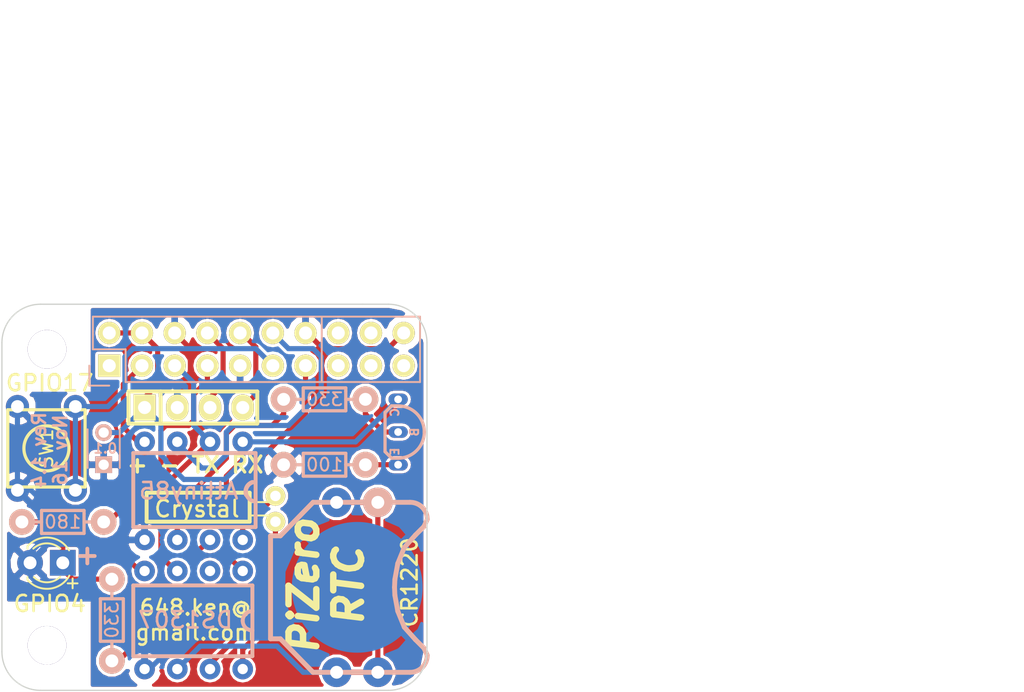
<source format=kicad_pcb>
(kicad_pcb (version 4) (host pcbnew "(2015-08-15 BZR 6092)-product")

  (general
    (links 41)
    (no_connects 0)
    (area 38.049999 39.649999 71.150001 69.750001)
    (thickness 1.6)
    (drawings 25)
    (tracks 144)
    (zones 0)
    (modules 17)
    (nets 19)
  )

  (page A4)
  (title_block
    (title "Raspberry Pi Hat Template")
    (date 2015-12-24)
    (rev 0.1)
    (company OpenFet)
    (comment 1 "Author: Julien")
    (comment 2 "License: CERN OHL V1.2")
  )

  (layers
    (0 F.Cu signal)
    (31 B.Cu signal)
    (32 B.Adhes user)
    (33 F.Adhes user)
    (34 B.Paste user)
    (35 F.Paste user)
    (36 B.SilkS user)
    (37 F.SilkS user)
    (38 B.Mask user)
    (39 F.Mask user)
    (40 Dwgs.User user)
    (41 Cmts.User user)
    (42 Eco1.User user)
    (43 Eco2.User user)
    (44 Edge.Cuts user)
    (45 Margin user)
    (46 B.CrtYd user)
    (47 F.CrtYd user)
    (48 B.Fab user)
    (49 F.Fab user)
  )

  (setup
    (last_trace_width 0.2)
    (user_trace_width 0.1)
    (user_trace_width 0.2)
    (user_trace_width 0.3)
    (user_trace_width 0.4)
    (user_trace_width 0.5)
    (user_trace_width 0.6)
    (user_trace_width 0.8)
    (user_trace_width 1)
    (trace_clearance 0.15)
    (zone_clearance 0.23)
    (zone_45_only yes)
    (trace_min 0.1)
    (segment_width 0.35)
    (edge_width 0.1)
    (via_size 0.889)
    (via_drill 0.635)
    (via_min_size 0.26)
    (via_min_drill 0.16)
    (user_via 0.6 0.32)
    (user_via 1.5 0.8)
    (uvia_size 0.508)
    (uvia_drill 0.127)
    (uvias_allowed no)
    (uvia_min_size 0.508)
    (uvia_min_drill 0.127)
    (pcb_text_width 0.3)
    (pcb_text_size 1.5 1.5)
    (mod_edge_width 0.15)
    (mod_text_size 1 1)
    (mod_text_width 0.15)
    (pad_size 2 2)
    (pad_drill 1.00076)
    (pad_to_mask_clearance 0)
    (aux_axis_origin 0 0)
    (grid_origin 211.1 101.7)
    (visible_elements 7FFFFF7F)
    (pcbplotparams
      (layerselection 0x010f0_80000001)
      (usegerberextensions false)
      (excludeedgelayer true)
      (linewidth 0.100000)
      (plotframeref false)
      (viasonmask false)
      (mode 1)
      (useauxorigin false)
      (hpglpennumber 1)
      (hpglpenspeed 20)
      (hpglpendiameter 15)
      (hpglpenoverlay 2)
      (psnegative false)
      (psa4output false)
      (plotreference true)
      (plotvalue true)
      (plotinvisibletext false)
      (padsonsilk false)
      (subtractmaskfromsilk false)
      (outputformat 1)
      (mirror false)
      (drillshape 0)
      (scaleselection 1)
      (outputdirectory /home/mangokid/Desktop/hat_gerber/))
  )

  (net 0 "")
  (net 1 GND)
  (net 2 "Net-(P3-Pad7)")
  (net 3 "Net-(P3-Pad11)")
  (net 4 VCC)
  (net 5 "Net-(32.768-Pad1)")
  (net 6 "Net-(32.768-Pad2)")
  (net 7 "Net-(P1-Pad3)")
  (net 8 "Net-(P1-Pad4)")
  (net 9 "Net-(BT1-Pad1)")
  (net 10 "Net-(D1-Pad2)")
  (net 11 "Net-(IC1-Pad2)")
  (net 12 "Net-(IC1-Pad3)")
  (net 13 "Net-(IC1-Pad1)")
  (net 14 "Net-(IC1-Pad5)")
  (net 15 "Net-(IC1-Pad6)")
  (net 16 "Net-(IC1-Pad7)")
  (net 17 "Net-(Q1-Pad2)")
  (net 18 "Net-(Q1-Pad1)")

  (net_class Default "This is the default net class."
    (clearance 0.15)
    (trace_width 0.2)
    (via_dia 0.889)
    (via_drill 0.635)
    (uvia_dia 0.508)
    (uvia_drill 0.127)
    (add_net GND)
    (add_net "Net-(32.768-Pad1)")
    (add_net "Net-(32.768-Pad2)")
    (add_net "Net-(BT1-Pad1)")
    (add_net "Net-(D1-Pad2)")
    (add_net "Net-(IC1-Pad1)")
    (add_net "Net-(IC1-Pad2)")
    (add_net "Net-(IC1-Pad3)")
    (add_net "Net-(IC1-Pad5)")
    (add_net "Net-(IC1-Pad6)")
    (add_net "Net-(IC1-Pad7)")
    (add_net "Net-(P1-Pad3)")
    (add_net "Net-(P1-Pad4)")
    (add_net "Net-(P3-Pad11)")
    (add_net "Net-(P3-Pad7)")
    (add_net "Net-(Q1-Pad1)")
    (add_net "Net-(Q1-Pad2)")
    (add_net VCC)
  )

  (module Pin_Headers:Pin_Header_Straight_2x10 (layer F.Cu) (tedit 5828EB59) (tstamp 5509D7DA)
    (at 46.4318 44.4738 90)
    (descr "Through hole pin header")
    (tags "pin header")
    (path /54E92361)
    (fp_text reference P3 (at 0 -5.1 90) (layer F.SilkS) hide
      (effects (font (size 1 1) (thickness 0.15)))
    )
    (fp_text value Raspberry_Pi_+_Conn (at 0 -3.1 90) (layer F.Fab)
      (effects (font (size 1 1) (thickness 0.15)))
    )
    (fp_line (start 3.75 16.5) (end -1.25 16.5) (layer B.SilkS) (width 0.1524))
    (fp_line (start -1.75 -1.75) (end -1.75 24.65) (layer F.CrtYd) (width 0.05))
    (fp_line (start 4.3 -1.75) (end 4.3 24.65) (layer F.CrtYd) (width 0.05))
    (fp_line (start -1.75 -1.75) (end 4.3 -1.75) (layer F.CrtYd) (width 0.05))
    (fp_line (start -1.75 24.65) (end 4.3 24.65) (layer F.CrtYd) (width 0.05))
    (fp_line (start 3.81 24.13) (end 3.81 -1.27) (layer B.SilkS) (width 0.15))
    (fp_line (start -1.27 1.27) (end -1.27 24.13) (layer B.SilkS) (width 0.15))
    (fp_line (start 3.81 24.13) (end -1.27 24.13) (layer B.SilkS) (width 0.15))
    (fp_line (start 3.81 -1.27) (end 1.27 -1.27) (layer B.SilkS) (width 0.15))
    (fp_line (start 0 -1.55) (end -1.55 -1.55) (layer B.SilkS) (width 0.15))
    (fp_line (start 1.27 -1.27) (end 1.27 1.27) (layer B.SilkS) (width 0.15))
    (fp_line (start 1.27 1.27) (end -1.27 1.27) (layer B.SilkS) (width 0.15))
    (fp_line (start -1.55 -1.55) (end -1.55 0) (layer B.SilkS) (width 0.15))
    (pad 1 thru_hole rect (at 0 0 90) (size 1.7272 1.7272) (drill 1.016) (layers *.Cu *.Mask F.SilkS))
    (pad 2 thru_hole oval (at 2.54 0 90) (size 1.7272 1.7272) (drill 1.016) (layers *.Cu *.Mask F.SilkS)
      (net 4 VCC))
    (pad 3 thru_hole oval (at 0 2.54 90) (size 1.7272 1.7272) (drill 1.016) (layers *.Cu *.Mask F.SilkS)
      (net 14 "Net-(IC1-Pad5)"))
    (pad 4 thru_hole oval (at 2.54 2.54 90) (size 1.7272 1.7272) (drill 1.016) (layers *.Cu *.Mask F.SilkS)
      (net 4 VCC))
    (pad 5 thru_hole oval (at 0 5.08 90) (size 1.7272 1.7272) (drill 1.016) (layers *.Cu *.Mask F.SilkS)
      (net 16 "Net-(IC1-Pad7)"))
    (pad 6 thru_hole oval (at 2.54 5.08 90) (size 1.7272 1.7272) (drill 1.016) (layers *.Cu *.Mask F.SilkS)
      (net 1 GND))
    (pad 7 thru_hole oval (at 0 7.62 90) (size 1.7272 1.7272) (drill 1.016) (layers *.Cu *.Mask F.SilkS)
      (net 2 "Net-(P3-Pad7)"))
    (pad 8 thru_hole oval (at 2.54 7.62 90) (size 1.7272 1.7272) (drill 1.016) (layers *.Cu *.Mask F.SilkS)
      (net 7 "Net-(P1-Pad3)"))
    (pad 9 thru_hole oval (at 0 10.16 90) (size 1.7272 1.7272) (drill 1.016) (layers *.Cu *.Mask F.SilkS)
      (net 1 GND))
    (pad 10 thru_hole oval (at 2.54 10.16 90) (size 1.7272 1.7272) (drill 1.016) (layers *.Cu *.Mask F.SilkS)
      (net 8 "Net-(P1-Pad4)"))
    (pad 11 thru_hole oval (at 0 12.7 90) (size 1.7272 1.7272) (drill 1.016) (layers *.Cu *.Mask F.SilkS)
      (net 3 "Net-(P3-Pad11)"))
    (pad 12 thru_hole oval (at 2.54 12.7 90) (size 1.7272 1.7272) (drill 1.016) (layers *.Cu *.Mask F.SilkS)
      (net 15 "Net-(IC1-Pad6)"))
    (pad 13 thru_hole oval (at 0 15.24 90) (size 1.7272 1.7272) (drill 1.016) (layers *.Cu *.Mask F.SilkS)
      (net 13 "Net-(IC1-Pad1)"))
    (pad 14 thru_hole oval (at 2.54 15.24 90) (size 1.7272 1.7272) (drill 1.016) (layers *.Cu *.Mask F.SilkS)
      (net 1 GND))
    (pad 15 thru_hole oval (at 0 17.78 90) (size 1.7272 1.7272) (drill 1.016) (layers *.Cu *.Mask F.SilkS))
    (pad 16 thru_hole oval (at 2.54 17.78 90) (size 1.7272 1.7272) (drill 1.016) (layers *.Cu *.Mask F.SilkS))
    (pad 17 thru_hole oval (at 0 20.32 90) (size 1.7272 1.7272) (drill 1.016) (layers *.Cu *.Mask F.SilkS))
    (pad 18 thru_hole oval (at 2.54 20.32 90) (size 1.7272 1.7272) (drill 1.016) (layers *.Cu *.Mask F.SilkS))
    (pad 19 thru_hole oval (at 0 22.86 90) (size 1.7272 1.7272) (drill 1.016) (layers *.Cu *.Mask F.SilkS))
    (pad 20 thru_hole oval (at 2.54 22.86 90) (size 1.7272 1.7272) (drill 1.016) (layers *.Cu *.Mask F.SilkS)
      (net 1 GND))
    (model Pin_Headers.3dshapes/Pin_Header_Straight_2x10.wrl
      (at (xyz 0.05 -0.45 0))
      (scale (xyz 1 1 1))
      (rotate (xyz 0 0 90))
    )
  )

  (module Crystals:Crystal_Watch (layer F.Cu) (tedit 581FF441) (tstamp 57EDC458)
    (at 59.335 55.345 270)
    (path /57E75102)
    (fp_text reference 32.768 (at -0.5 6 540) (layer F.SilkS) hide
      (effects (font (size 1 1) (thickness 0.15)))
    )
    (fp_text value Crystal (at 0.254 6.096 540) (layer F.SilkS)
      (effects (font (size 1.27 1.27) (thickness 0.2032)))
    )
    (fp_line (start -1 2) (end 1.25 2) (layer F.SilkS) (width 0.3048))
    (fp_line (start 1.25 2) (end 1.25 10) (layer F.SilkS) (width 0.3048))
    (fp_line (start 1.25 10) (end -1 10) (layer F.SilkS) (width 0.3048))
    (fp_line (start -1 10) (end -1 2) (layer F.SilkS) (width 0.3048))
    (fp_line (start -0.27 0) (end -0.27 1.905) (layer F.SilkS) (width 0.15))
    (fp_line (start 0.77 0) (end 0.77 1.905) (layer F.SilkS) (width 0.15))
    (pad 2 thru_hole circle (at -0.75 0 270) (size 1.524 1.524) (drill 0.8128) (layers *.Cu *.Mask F.SilkS)
      (net 6 "Net-(32.768-Pad2)"))
    (pad 1 thru_hole circle (at 1.25 0 270) (size 1.524 1.524) (drill 0.8128) (layers *.Cu *.Mask F.SilkS)
      (net 5 "Net-(32.768-Pad1)"))
    (model Crystals.3dshapes/Crystal_Watch.wrl
      (at (xyz 0 0 0))
      (scale (xyz 1 1 1))
      (rotate (xyz 0 0 0))
    )
  )

  (module Housings_DIP:DIP-8_W7.62mm (layer B.Cu) (tedit 5828EC4C) (tstamp 57EDC464)
    (at 56.795 68.045 90)
    (descr "8-lead dip package, row spacing 7.62 mm (300 mils)")
    (tags "dil dip 2.54 300")
    (path /57E74DCC)
    (fp_text reference U1 (at 2 -9 90) (layer B.SilkS) hide
      (effects (font (size 1 1) (thickness 0.15)) (justify mirror))
    )
    (fp_text value DS1307 (at 3.81 -4.445 180) (layer B.SilkS)
      (effects (font (size 1.27 1.27) (thickness 0.2032)) (justify mirror))
    )
    (fp_arc (start 3.75 0.75) (end 4.5 0.75) (angle -90) (layer B.SilkS) (width 0.3048))
    (fp_arc (start 3.75 0.75) (end 3.75 0) (angle -90) (layer B.SilkS) (width 0.3048))
    (fp_line (start 1 0.75) (end 1 -8.5) (layer B.SilkS) (width 0.3048))
    (fp_line (start 1 -8.5) (end 6.5 -8.5) (layer B.SilkS) (width 0.3048))
    (fp_line (start 6.5 -8.5) (end 6.5 0.75) (layer B.SilkS) (width 0.3048))
    (fp_line (start 6.5 0.75) (end 1 0.75) (layer B.SilkS) (width 0.3048))
    (fp_line (start -1.05 2.45) (end -1.05 -10.1) (layer B.CrtYd) (width 0.05))
    (fp_line (start 8.65 2.45) (end 8.65 -10.1) (layer B.CrtYd) (width 0.05))
    (fp_line (start -1.05 2.45) (end 8.65 2.45) (layer B.CrtYd) (width 0.05))
    (fp_line (start -1.05 -10.1) (end 8.65 -10.1) (layer B.CrtYd) (width 0.05))
    (pad 1 thru_hole oval (at 0 0 90) (size 1.6 1.6) (drill 0.8) (layers *.Cu F.Mask)
      (net 5 "Net-(32.768-Pad1)"))
    (pad 2 thru_hole oval (at 0 -2.54 90) (size 1.6 1.6) (drill 0.8) (layers *.Cu F.Mask)
      (net 6 "Net-(32.768-Pad2)"))
    (pad 3 thru_hole oval (at 0 -5.08 90) (size 1.6 1.6) (drill 0.8) (layers *.Cu F.Mask)
      (net 9 "Net-(BT1-Pad1)"))
    (pad 4 thru_hole oval (at 0 -7.62 90) (size 1.6 1.6) (drill 0.8) (layers *.Cu F.Mask)
      (net 1 GND))
    (pad 5 thru_hole oval (at 7.62 -7.62 90) (size 1.6 1.6) (drill 0.8) (layers *.Cu F.Mask)
      (net 14 "Net-(IC1-Pad5)"))
    (pad 6 thru_hole oval (at 7.62 -5.08 90) (size 1.6 1.6) (drill 0.8) (layers *.Cu F.Mask)
      (net 16 "Net-(IC1-Pad7)"))
    (pad 7 thru_hole oval (at 7.62 -2.54 90) (size 1.6 1.6) (drill 0.8) (layers *.Cu F.Mask))
    (pad 8 thru_hole oval (at 7.62 0 90) (size 1.6 1.6) (drill 0.8) (layers *.Cu F.Mask)
      (net 4 VCC))
    (model Housings_DIP.3dshapes/DIP-8_W7.62mm.wrl
      (at (xyz 0 0 0))
      (scale (xyz 1 1 1))
      (rotate (xyz 0 0 0))
    )
  )

  (module Housings_DIP:DIP-8_W7.62mm (layer B.Cu) (tedit 5828EC06) (tstamp 581A6CCF)
    (at 56.795 58.012 90)
    (descr "8-lead dip package, row spacing 7.62 mm (300 mils)")
    (tags "dil dip 2.54 300")
    (path /57FDAA68)
    (fp_text reference IC1 (at 0 5.22 90) (layer B.SilkS) hide
      (effects (font (size 1 1) (thickness 0.15)) (justify mirror))
    )
    (fp_text value ATTINY85-S (at 3.75 -4 180) (layer F.SilkS) hide
      (effects (font (size 1 1) (thickness 0.15)))
    )
    (fp_arc (start 3.75 1) (end 4.5 1) (angle -90) (layer B.SilkS) (width 0.3048))
    (fp_arc (start 3.75 1) (end 4.5 0.75) (angle -90) (layer B.SilkS) (width 0.3048))
    (fp_arc (start 3.75 1) (end 3.75 0.25) (angle -90) (layer B.SilkS) (width 0.3048))
    (fp_line (start 1 1) (end 1 -8.5) (layer B.SilkS) (width 0.3048))
    (fp_line (start 1 -8.5) (end 6.75 -8.5) (layer B.SilkS) (width 0.3048))
    (fp_line (start 6.75 -8.5) (end 6.75 1) (layer B.SilkS) (width 0.3048))
    (fp_line (start 6.75 1) (end 1 1) (layer B.SilkS) (width 0.3048))
    (fp_line (start -1.05 2.45) (end -1.05 -10.1) (layer B.CrtYd) (width 0.05))
    (fp_line (start 8.65 2.45) (end 8.65 -10.1) (layer B.CrtYd) (width 0.05))
    (fp_line (start -1.05 2.45) (end 8.65 2.45) (layer B.CrtYd) (width 0.05))
    (fp_line (start -1.05 -10.1) (end 8.65 -10.1) (layer B.CrtYd) (width 0.05))
    (pad 1 thru_hole oval (at 0 0 90) (size 1.6 1.6) (drill 0.8) (layers *.Cu F.Mask)
      (net 13 "Net-(IC1-Pad1)"))
    (pad 2 thru_hole oval (at 0 -2.54 90) (size 1.6 1.6) (drill 0.8) (layers *.Cu F.Mask)
      (net 11 "Net-(IC1-Pad2)"))
    (pad 3 thru_hole oval (at 0 -5.08 90) (size 1.6 1.6) (drill 0.8) (layers *.Cu F.Mask)
      (net 12 "Net-(IC1-Pad3)"))
    (pad 4 thru_hole oval (at 0 -7.62 90) (size 1.6 1.6) (drill 0.8) (layers *.Cu F.Mask)
      (net 1 GND))
    (pad 5 thru_hole oval (at 7.62 -7.62 90) (size 1.6 1.6) (drill 0.8) (layers *.Cu F.Mask)
      (net 14 "Net-(IC1-Pad5)"))
    (pad 6 thru_hole oval (at 7.62 -5.08 90) (size 1.6 1.6) (drill 0.8) (layers *.Cu F.Mask)
      (net 15 "Net-(IC1-Pad6)"))
    (pad 7 thru_hole oval (at 7.62 -2.54 90) (size 1.6 1.6) (drill 0.8) (layers *.Cu F.Mask)
      (net 16 "Net-(IC1-Pad7)"))
    (pad 8 thru_hole oval (at 7.62 0 90) (size 1.6 1.6) (drill 0.8) (layers *.Cu F.Mask)
      (net 4 VCC))
    (model Housings_DIP.3dshapes/DIP-8_W7.62mm.wrl
      (at (xyz 0 0 0))
      (scale (xyz 1 1 1))
      (rotate (xyz 0 0 0))
    )
  )

  (module Pin_Headers:Pin_Header_Straight_1x04 (layer F.Cu) (tedit 57FDC54B) (tstamp 57EDC523)
    (at 49.175 47.725 90)
    (descr "Through hole pin header")
    (tags "pin header")
    (path /57EDCD88)
    (fp_text reference P1 (at 0 -5.1 90) (layer F.SilkS) hide
      (effects (font (size 1 1) (thickness 0.15)))
    )
    (fp_text value CONN_01X04 (at 0 -3.1 90) (layer F.Fab)
      (effects (font (size 1 1) (thickness 0.15)))
    )
    (fp_line (start -1.25 1.25) (end 1.25 1.25) (layer F.SilkS) (width 0.3048))
    (fp_line (start -1.25 -1.25) (end -1.25 8.75) (layer F.SilkS) (width 0.3048))
    (fp_line (start -1.25 8.75) (end 1.25 8.75) (layer F.SilkS) (width 0.3048))
    (fp_line (start 1.25 8.75) (end 1.25 -1.25) (layer F.SilkS) (width 0.3048))
    (fp_line (start 1.25 -1.25) (end -1.25 -1.25) (layer F.SilkS) (width 0.3048))
    (fp_line (start -1.75 -1.75) (end -1.75 9.4) (layer F.CrtYd) (width 0.05))
    (fp_line (start 1.75 -1.75) (end 1.75 9.4) (layer F.CrtYd) (width 0.05))
    (fp_line (start -1.75 -1.75) (end 1.75 -1.75) (layer F.CrtYd) (width 0.05))
    (fp_line (start -1.75 9.4) (end 1.75 9.4) (layer F.CrtYd) (width 0.05))
    (pad 1 thru_hole rect (at 0 0 90) (size 2.032 1.7272) (drill 1.016) (layers *.Cu *.Mask F.SilkS)
      (net 4 VCC))
    (pad 2 thru_hole oval (at 0 2.54 90) (size 2.032 1.7272) (drill 1.016) (layers *.Cu *.Mask F.SilkS)
      (net 1 GND))
    (pad 3 thru_hole oval (at 0 5.08 90) (size 2.032 1.7272) (drill 1.016) (layers *.Cu *.Mask F.SilkS)
      (net 7 "Net-(P1-Pad3)"))
    (pad 4 thru_hole oval (at 0 7.62 90) (size 2.032 1.7272) (drill 1.016) (layers *.Cu *.Mask F.SilkS)
      (net 8 "Net-(P1-Pad4)"))
    (model Pin_Headers.3dshapes/Pin_Header_Straight_1x04.wrl
      (at (xyz 0 -0.15 0))
      (scale (xyz 1 1 1))
      (rotate (xyz 0 0 90))
    )
  )

  (module Pin_Headers:Pin_Header_Straight_1x01 (layer B.Cu) (tedit 58195A23) (tstamp 57FDBD32)
    (at 65.685 59.79 270)
    (descr "Through hole pin header")
    (tags "pin header")
    (path /57FDE5A3)
    (fp_text reference P2 (at 0 5.1 270) (layer B.SilkS) hide
      (effects (font (size 1 1) (thickness 0.15)) (justify mirror))
    )
    (fp_text value CONN_01X01 (at 0 3.1 270) (layer B.Fab) hide
      (effects (font (size 1 1) (thickness 0.15)) (justify mirror))
    )
    (fp_line (start -1.75 1.75) (end -1.75 -1.75) (layer B.CrtYd) (width 0.05))
    (fp_line (start 1.75 1.75) (end 1.75 -1.75) (layer B.CrtYd) (width 0.05))
    (fp_line (start -1.75 1.75) (end 1.75 1.75) (layer B.CrtYd) (width 0.05))
    (fp_line (start -1.75 -1.75) (end 1.75 -1.75) (layer B.CrtYd) (width 0.05))
    (model Pin_Headers.3dshapes/Pin_Header_Straight_1x01.wrl
      (at (xyz 0 0 0))
      (scale (xyz 1 1 1))
      (rotate (xyz 0 0 90))
    )
  )

  (module myFootPrints:BATT_12mm_TH (layer B.Cu) (tedit 5828ECCB) (tstamp 57EDC515)
    (at 65.685 61.695 270)
    (descr "Keystone type 3000 coin cell retainer")
    (path /57E74E71)
    (fp_text reference BT1 (at 0 4.5 270) (layer B.SilkS) hide
      (effects (font (thickness 0.3048)) (justify mirror))
    )
    (fp_text value Battery (at 0 -4.5 270) (layer B.SilkS) hide
      (effects (font (thickness 0.3048)) (justify mirror))
    )
    (fp_circle (center 0 0) (end -6 -1) (layer B.CrtYd) (width 0.3048))
    (fp_line (start 0.6096 -2.921) (end 1.8542 -3.1496) (layer B.SilkS) (width 0.381))
    (fp_line (start 1.8542 -3.1496) (end 3.0988 -3.6576) (layer B.SilkS) (width 0.381))
    (fp_line (start 3.0988 -3.6576) (end 4.064 -4.5212) (layer B.SilkS) (width 0.381))
    (fp_line (start 4.064 -4.5212) (end 4.7244 -5.1816) (layer B.SilkS) (width 0.381))
    (fp_line (start 4.7244 -5.1816) (end 5.2832 -5.4356) (layer B.SilkS) (width 0.381))
    (fp_line (start 0 -2.8956) (end 0.6096 -2.921) (layer B.SilkS) (width 0.381))
    (fp_line (start -3.0988 -3.6576) (end -4.064 -4.5212) (layer B.SilkS) (width 0.381))
    (fp_line (start -4.064 -4.5212) (end -4.7244 -5.1816) (layer B.SilkS) (width 0.381))
    (fp_line (start -5.2832 -5.4356) (end -4.7244 -5.1816) (layer B.SilkS) (width 0.381))
    (fp_line (start -3.0988 -3.6576) (end -1.8542 -3.1496) (layer B.SilkS) (width 0.381))
    (fp_line (start -1.8542 -3.1496) (end -0.6096 -2.921) (layer B.SilkS) (width 0.381))
    (fp_line (start -0.6096 -2.921) (end 0 -2.8956) (layer B.SilkS) (width 0.381))
    (fp_arc (start 5.2832 -4.1148) (end 6.604 -4.1148) (angle -90) (layer B.SilkS) (width 0.381))
    (fp_arc (start -5.2832 -4.1148) (end -5.2832 -5.4356) (angle -90) (layer B.SilkS) (width 0.381))
    (fp_line (start 6.604 3.429) (end 6.604 -4.064) (layer B.SilkS) (width 0.381))
    (fp_line (start -6.604 3.429) (end -6.604 -4.064) (layer B.SilkS) (width 0.381))
    (fp_line (start 4.0005 5.969) (end 6.604 3.429) (layer B.SilkS) (width 0.381))
    (fp_line (start -4.0005 5.969) (end -6.604 3.429) (layer B.SilkS) (width 0.381))
    (fp_line (start 3.9995 6.731) (end 3.9995 5.969) (layer B.SilkS) (width 0.381))
    (fp_line (start -4.0005 6.731) (end -4.0005 5.969) (layer B.SilkS) (width 0.381))
    (fp_line (start -4.0005 6.731) (end 4.0005 6.731) (layer B.SilkS) (width 0.381))
    (pad 1 thru_hole circle (at 6.6 1.6 270) (size 2.3 2.3) (drill 1) (layers *.Cu F.Mask)
      (net 9 "Net-(BT1-Pad1)"))
    (pad 1 thru_hole circle (at 6.6 -1.6 270) (size 2.3 2.3) (drill 1) (layers *.Cu F.Mask)
      (net 9 "Net-(BT1-Pad1)"))
    (pad 1 thru_hole circle (at -6.6 -1.6 270) (size 2.3 2.3) (drill 1) (layers *.Cu B.SilkS F.Mask)
      (net 9 "Net-(BT1-Pad1)"))
    (pad 1 thru_hole circle (at -6.6 1.6 270) (size 2.3 2.3) (drill 1) (layers *.Cu F.Mask)
      (net 9 "Net-(BT1-Pad1)"))
    (pad 2 smd circle (at 0 0 270) (size 10.16 10.16) (layers B.Cu B.Paste B.Mask)
      (net 1 GND))
    (model walter/battery_holders/keystone_3000.wrl
      (at (xyz 0 0 0))
      (scale (xyz 1 1 1))
      (rotate (xyz 0 0 0))
    )
  )

  (module Mounting_Holes:MountingHole_3mm (layer F.Cu) (tedit 5687A909) (tstamp 5684F8FC)
    (at 41.6 43.2)
    (descr "Mounting hole, Befestigungsbohrung, 3mm, No Annular, Kein Restring,")
    (tags "Mounting hole, Befestigungsbohrung, 3mm, No Annular, Kein Restring,")
    (fp_text reference REF** (at 0 -4.0005) (layer F.SilkS) hide
      (effects (font (size 0.5 0.5) (thickness 0.125)))
    )
    (fp_text value MountingHole_3mm (at 1.00076 5.00126) (layer F.Fab) hide
      (effects (font (size 0.5 0.5) (thickness 0.125)))
    )
    (fp_circle (center 0 0) (end 3 0) (layer Cmts.User) (width 0.381))
    (pad 1 thru_hole circle (at 0 0) (size 3 3) (drill 3) (layers))
  )

  (module Mounting_Holes:MountingHole_3mm (layer F.Cu) (tedit 5687A904) (tstamp 5684F8FF)
    (at 41.6 66.2)
    (descr "Mounting hole, Befestigungsbohrung, 3mm, No Annular, Kein Restring,")
    (tags "Mounting hole, Befestigungsbohrung, 3mm, No Annular, Kein Restring,")
    (fp_text reference REF** (at 0 -4.0005) (layer F.SilkS) hide
      (effects (font (size 0.5 0.5) (thickness 0.125)))
    )
    (fp_text value MountingHole_3mm (at 1.00076 5.00126) (layer F.Fab) hide
      (effects (font (size 0.5 0.5) (thickness 0.125)))
    )
    (fp_circle (center 0 0) (end 3 0) (layer Cmts.User) (width 0.381))
    (pad 1 thru_hole circle (at 0 0) (size 3 3) (drill 3) (layers))
  )

  (module Capacitors_ThroughHole:C_Disc_D3_P2.5 (layer B.Cu) (tedit 581FF9A4) (tstamp 57EDC452)
    (at 46 52.17 90)
    (descr "Capacitor 3mm Disc, Pitch 2.5mm")
    (tags Capacitor)
    (path /57E756BE)
    (fp_text reference 0.1 (at 1.27 0.127 180) (layer B.SilkS)
      (effects (font (size 0.762 0.762) (thickness 0.15)) (justify mirror))
    )
    (fp_text value C_Small (at 1.27 0 90) (layer B.Fab) hide
      (effects (font (size 1 1) (thickness 0.15)) (justify mirror))
    )
    (fp_line (start -0.9 1.5) (end 3.4 1.5) (layer B.CrtYd) (width 0.05))
    (fp_line (start 3.4 1.5) (end 3.4 -1.5) (layer B.CrtYd) (width 0.05))
    (fp_line (start 3.4 -1.5) (end -0.9 -1.5) (layer B.CrtYd) (width 0.05))
    (fp_line (start -0.9 -1.5) (end -0.9 1.5) (layer B.CrtYd) (width 0.05))
    (fp_line (start -0.25 1.25) (end 2.75 1.25) (layer B.SilkS) (width 0.15))
    (fp_line (start 2.75 -1.25) (end -0.25 -1.25) (layer B.SilkS) (width 0.15))
    (pad 1 thru_hole rect (at 0 0 90) (size 1.3 1.3) (drill 0.8) (layers *.Cu *.Mask B.SilkS)
      (net 1 GND))
    (pad 2 thru_hole circle (at 2.5 0 90) (size 1.3 1.3) (drill 0.8001) (layers *.Cu *.Mask B.SilkS)
      (net 4 VCC))
    (model Capacitors_ThroughHole.3dshapes/C_Disc_D3_P2.5.wrl
      (at (xyz 0.049213 0 0))
      (scale (xyz 1 1 1))
      (rotate (xyz 0 0 0))
    )
  )

  (module myFootPrints:LED-3MM (layer F.Cu) (tedit 5828ED10) (tstamp 57EDC51B)
    (at 40.285 59.79)
    (descr "LED 3mm round vertical")
    (tags "LED  3mm round vertical")
    (path /57EDC2DF)
    (fp_text reference D1 (at 1.91 3.06) (layer F.SilkS) hide
      (effects (font (size 1 1) (thickness 0.15)))
    )
    (fp_text value LED (at 1.27 -1.524) (layer F.Fab)
      (effects (font (size 1 1) (thickness 0.15)))
    )
    (fp_text user + (at 3.302 1.524) (layer F.SilkS)
      (effects (font (size 1 1) (thickness 0.15)))
    )
    (fp_line (start -1.2 2.3) (end 3.8 2.3) (layer F.CrtYd) (width 0.05))
    (fp_line (start 3.8 2.3) (end 3.8 -2.2) (layer F.CrtYd) (width 0.05))
    (fp_line (start 3.8 -2.2) (end -1.2 -2.2) (layer F.CrtYd) (width 0.05))
    (fp_line (start -1.2 -2.2) (end -1.2 2.3) (layer F.CrtYd) (width 0.05))
    (fp_line (start -0.199 1.314) (end -0.199 1.114) (layer F.SilkS) (width 0.15))
    (fp_line (start -0.199 -1.28) (end -0.199 -1.1) (layer F.SilkS) (width 0.15))
    (fp_arc (start 1.301 0.034) (end -0.199 -1.286) (angle 108.5) (layer F.SilkS) (width 0.15))
    (fp_arc (start 1.301 0.034) (end 0.25 -1.1) (angle 85.7) (layer F.SilkS) (width 0.15))
    (fp_arc (start 1.311 0.034) (end 3.051 0.994) (angle 110) (layer F.SilkS) (width 0.15))
    (fp_arc (start 1.301 0.034) (end 2.335 1.094) (angle 87.5) (layer F.SilkS) (width 0.15))
    (pad 1 thru_hole circle (at 0 0 90) (size 2 2) (drill 1.00076) (layers *.Cu B.Mask)
      (net 1 GND))
    (pad 2 thru_hole rect (at 2.54 0) (size 2 2) (drill 1.00076) (layers *.Cu B.Mask)
      (net 10 "Net-(D1-Pad2)"))
    (model LEDs.3dshapes/LED-3MM.wrl
      (at (xyz 0.05 0 0))
      (scale (xyz 1 1 1))
      (rotate (xyz 0 0 90))
    )
  )

  (module myFootPrints:Resistor_Horz (layer B.Cu) (tedit 57FDC17F) (tstamp 57EDC529)
    (at 42.825 56.615)
    (descr "Resistor, Axial,  RM 10mm, 1/3W,")
    (tags "Resistor, Axial, RM 10mm, 1/3W,")
    (path /57EDC340)
    (fp_text reference R1 (at 0 1.905) (layer B.Fab) hide
      (effects (font (size 1 1) (thickness 0.15)) (justify mirror))
    )
    (fp_text value 180 (at 0 0) (layer B.SilkS)
      (effects (font (size 1 1) (thickness 0.15)) (justify mirror))
    )
    (fp_line (start -1.651 0) (end -2.413 0) (layer B.SilkS) (width 0.254))
    (fp_line (start 1.651 0) (end 2.413 0) (layer B.SilkS) (width 0.254))
    (fp_line (start 1.651 -0.889) (end 1.651 -0.635) (layer B.SilkS) (width 0.254))
    (fp_line (start 1.651 -0.889) (end -1.651 -0.889) (layer B.SilkS) (width 0.254))
    (fp_line (start -1.651 -0.889) (end -1.651 0.889) (layer B.SilkS) (width 0.254))
    (fp_line (start -1.651 0.889) (end 1.651 0.889) (layer B.SilkS) (width 0.254))
    (fp_line (start 1.651 0.889) (end 1.651 -0.635) (layer B.SilkS) (width 0.254))
    (pad 1 thru_hole circle (at -3.175 0) (size 1.99898 1.99898) (drill 1.00076) (layers *.Cu *.SilkS *.Mask)
      (net 10 "Net-(D1-Pad2)"))
    (pad 2 thru_hole circle (at 3.175 0) (size 1.99898 1.99898) (drill 1.00076) (layers *.Cu *.SilkS *.Mask)
      (net 2 "Net-(P3-Pad7)"))
    (model Resistors_ThroughHole.3dshapes/Resistor_Horizontal_RM10mm.wrl
      (at (xyz 0 0 0))
      (scale (xyz 0.4 0.4 0.4))
      (rotate (xyz 0 0 0))
    )
  )

  (module myFootPrints:SW_PUSH_SMALL (layer F.Cu) (tedit 5828ED03) (tstamp 57EDC531)
    (at 41.555 50.9 270)
    (path /57EDC379)
    (fp_text reference SW1 (at 0 0 270) (layer F.SilkS)
      (effects (font (size 1 1) (thickness 0.15)))
    )
    (fp_text value SPST (at 0 2 270) (layer F.Fab) hide
      (effects (font (size 0.3 0.3) (thickness 0.075)))
    )
    (fp_line (start -3 -3) (end 3 -3) (layer F.SilkS) (width 0.25))
    (fp_line (start 3 -3) (end 3 3) (layer F.SilkS) (width 0.25))
    (fp_line (start 3 3) (end -3 3) (layer F.SilkS) (width 0.25))
    (fp_line (start -3 3) (end -3 -3) (layer F.SilkS) (width 0.25))
    (fp_circle (center 0 0) (end -1.75 0) (layer F.SilkS) (width 0.25))
    (pad 1 thru_hole circle (at 3.25 -2.25 270) (size 1.8 1.8) (drill 1) (layers *.Cu B.Mask)
      (net 3 "Net-(P3-Pad11)"))
    (pad 2 thru_hole circle (at 3.25 2.25 270) (size 1.8 1.8) (drill 1) (layers *.Cu B.Mask)
      (net 1 GND))
    (pad 1 thru_hole circle (at -3.25 -2.25 270) (size 1.8 1.8) (drill 1) (layers *.Cu B.Mask)
      (net 3 "Net-(P3-Pad11)"))
    (pad 2 thru_hole circle (at -3.25 2.25 270) (size 1.8 1.8) (drill 1) (layers *.Cu B.Mask)
      (net 1 GND))
  )

  (module myFootPrints:Resistor_Horz (layer B.Cu) (tedit 57FDC17A) (tstamp 57FDB2E3)
    (at 46.635 64.235 270)
    (descr "Resistor, Axial,  RM 10mm, 1/3W,")
    (tags "Resistor, Axial, RM 10mm, 1/3W,")
    (path /57FDCB99)
    (fp_text reference R2 (at 0 1.905 270) (layer B.Fab) hide
      (effects (font (size 1 1) (thickness 0.15)) (justify mirror))
    )
    (fp_text value 330 (at 0 0 270) (layer B.SilkS)
      (effects (font (size 1 1) (thickness 0.15)) (justify mirror))
    )
    (fp_line (start -1.651 0) (end -2.413 0) (layer B.SilkS) (width 0.254))
    (fp_line (start 1.651 0) (end 2.413 0) (layer B.SilkS) (width 0.254))
    (fp_line (start 1.651 -0.889) (end 1.651 -0.635) (layer B.SilkS) (width 0.254))
    (fp_line (start 1.651 -0.889) (end -1.651 -0.889) (layer B.SilkS) (width 0.254))
    (fp_line (start -1.651 -0.889) (end -1.651 0.889) (layer B.SilkS) (width 0.254))
    (fp_line (start -1.651 0.889) (end 1.651 0.889) (layer B.SilkS) (width 0.254))
    (fp_line (start 1.651 0.889) (end 1.651 -0.635) (layer B.SilkS) (width 0.254))
    (pad 1 thru_hole circle (at -3.175 0 270) (size 1.99898 1.99898) (drill 1.00076) (layers *.Cu *.SilkS *.Mask)
      (net 10 "Net-(D1-Pad2)"))
    (pad 2 thru_hole circle (at 3.175 0 270) (size 1.99898 1.99898) (drill 1.00076) (layers *.Cu *.SilkS *.Mask)
      (net 11 "Net-(IC1-Pad2)"))
    (model Resistors_ThroughHole.3dshapes/Resistor_Horizontal_RM10mm.wrl
      (at (xyz 0 0 0))
      (scale (xyz 0.4 0.4 0.4))
      (rotate (xyz 0 0 0))
    )
  )

  (module myFootPrints:Resistor_Horz (layer B.Cu) (tedit 581FF990) (tstamp 581E58FD)
    (at 63.145 47.09)
    (descr "Resistor, Axial,  RM 10mm, 1/3W,")
    (tags "Resistor, Axial, RM 10mm, 1/3W,")
    (path /581E5E7B)
    (fp_text reference R3 (at 0 1.905) (layer B.Fab) hide
      (effects (font (size 1 1) (thickness 0.15)) (justify mirror))
    )
    (fp_text value 330 (at 0 0) (layer B.SilkS)
      (effects (font (size 1 1) (thickness 0.15)) (justify mirror))
    )
    (fp_line (start -1.651 0) (end -2.413 0) (layer B.SilkS) (width 0.254))
    (fp_line (start 1.651 0) (end 2.413 0) (layer B.SilkS) (width 0.254))
    (fp_line (start 1.651 -0.889) (end 1.651 -0.635) (layer B.SilkS) (width 0.254))
    (fp_line (start 1.651 -0.889) (end -1.651 -0.889) (layer B.SilkS) (width 0.254))
    (fp_line (start -1.651 -0.889) (end -1.651 0.889) (layer B.SilkS) (width 0.254))
    (fp_line (start -1.651 0.889) (end 1.651 0.889) (layer B.SilkS) (width 0.254))
    (fp_line (start 1.651 0.889) (end 1.651 -0.635) (layer B.SilkS) (width 0.254))
    (pad 1 thru_hole circle (at -3.175 0) (size 1.99898 1.99898) (drill 1.00076) (layers *.Cu *.SilkS *.Mask)
      (net 12 "Net-(IC1-Pad3)"))
    (pad 2 thru_hole circle (at 3.175 0) (size 1.99898 1.99898) (drill 1.00076) (layers *.Cu *.SilkS *.Mask)
      (net 17 "Net-(Q1-Pad2)"))
    (model Resistors_ThroughHole.3dshapes/Resistor_Horizontal_RM10mm.wrl
      (at (xyz 0 0 0))
      (scale (xyz 0.4 0.4 0.4))
      (rotate (xyz 0 0 0))
    )
  )

  (module myFootPrints:Resistor_Horz (layer B.Cu) (tedit 581FF99B) (tstamp 581E590A)
    (at 63.145 52.17 180)
    (descr "Resistor, Axial,  RM 10mm, 1/3W,")
    (tags "Resistor, Axial, RM 10mm, 1/3W,")
    (path /581E5FB8)
    (fp_text reference R4 (at 0 1.905 180) (layer B.Fab) hide
      (effects (font (size 1 1) (thickness 0.15)) (justify mirror))
    )
    (fp_text value 100 (at 0 0 180) (layer B.SilkS)
      (effects (font (size 1 1) (thickness 0.15)) (justify mirror))
    )
    (fp_line (start -1.651 0) (end -2.413 0) (layer B.SilkS) (width 0.254))
    (fp_line (start 1.651 0) (end 2.413 0) (layer B.SilkS) (width 0.254))
    (fp_line (start 1.651 -0.889) (end 1.651 -0.635) (layer B.SilkS) (width 0.254))
    (fp_line (start 1.651 -0.889) (end -1.651 -0.889) (layer B.SilkS) (width 0.254))
    (fp_line (start -1.651 -0.889) (end -1.651 0.889) (layer B.SilkS) (width 0.254))
    (fp_line (start -1.651 0.889) (end 1.651 0.889) (layer B.SilkS) (width 0.254))
    (fp_line (start 1.651 0.889) (end 1.651 -0.635) (layer B.SilkS) (width 0.254))
    (pad 1 thru_hole circle (at -3.175 0 180) (size 1.99898 1.99898) (drill 1.00076) (layers *.Cu *.SilkS *.Mask)
      (net 18 "Net-(Q1-Pad1)"))
    (pad 2 thru_hole circle (at 3.175 0 180) (size 1.99898 1.99898) (drill 1.00076) (layers *.Cu *.SilkS *.Mask)
      (net 1 GND))
    (model Resistors_ThroughHole.3dshapes/Resistor_Horizontal_RM10mm.wrl
      (at (xyz 0 0 0))
      (scale (xyz 0.4 0.4 0.4))
      (rotate (xyz 0 0 0))
    )
  )

  (module myFootPrints:TO-92_NPN_EBC_wide (layer B.Cu) (tedit 5828EC9A) (tstamp 581E5E78)
    (at 68.86 52.17 90)
    (descr "TO-92 leads in-line, narrow, oval pads, drill 0.6mm (see NXP sot054_po.pdf)")
    (tags "to-92 sc-43 sc-43a sot54 PA33 transistor")
    (path /581E5E19)
    (fp_text reference Q1 (at 1.778 1.016 90) (layer B.SilkS) hide
      (effects (font (size 0.635 0.635) (thickness 0.127)) (justify mirror))
    )
    (fp_text value Q_NPN_EBC (at 2.54 -1.778 90) (layer B.SilkS) hide
      (effects (font (size 1 1) (thickness 0.15)) (justify mirror))
    )
    (fp_line (start 0.508 -0.508) (end 0.508 0) (layer B.SilkS) (width 0.254))
    (fp_line (start 4.572 -0.508) (end 4.572 0) (layer B.SilkS) (width 0.254))
    (fp_arc (start 2.54 0) (end 2.54 2.032) (angle -90) (layer B.SilkS) (width 0.254))
    (fp_arc (start 2.54 0) (end 0.508 0) (angle -90) (layer B.SilkS) (width 0.254))
    (fp_text user B (at 2.54 1.27 90) (layer B.SilkS)
      (effects (font (size 0.635 0.635) (thickness 0.15)) (justify mirror))
    )
    (fp_text user C (at 4.064 -0.254 90) (layer B.SilkS)
      (effects (font (size 0.635 0.635) (thickness 0.15)) (justify mirror))
    )
    (fp_text user E (at 1.016 -0.254 90) (layer B.SilkS)
      (effects (font (size 0.635 0.635) (thickness 0.15)) (justify mirror))
    )
    (fp_line (start 1.016 -1.016) (end 0.508 -0.508) (layer B.SilkS) (width 0.254))
    (fp_line (start 1.016 -1.016) (end 4.064 -1.016) (layer B.SilkS) (width 0.254))
    (fp_line (start 4.064 -1.016) (end 4.572 -0.508) (layer B.SilkS) (width 0.254))
    (pad 2 thru_hole oval (at 2.54 0 270) (size 0.89916 1.50114) (drill 0.6) (layers *.Cu F.Mask)
      (net 17 "Net-(Q1-Pad2)"))
    (pad 3 thru_hole oval (at 5.08 0 270) (size 0.89916 1.50114) (drill 0.6) (layers *.Cu F.Mask)
      (net 4 VCC))
    (pad 1 thru_hole oval (at 0 0 270) (size 0.89916 1.50114) (drill 0.6) (layers *.Cu F.Mask)
      (net 18 "Net-(Q1-Pad1)"))
    (model TO_SOT_Packages_THT.3dshapes/TO-92_Inline_Narrow_Oval.wrl
      (at (xyz 0.05 0 0))
      (scale (xyz 1 1 1))
      (rotate (xyz 0 0 -90))
    )
  )

  (gr_text "Rev 1.4\nNov 16" (at 41.809 51.027 90) (layer B.SilkS)
    (effects (font (size 1.016 1.016) (thickness 0.2032)) (justify mirror))
  )
  (gr_text Attiny85 (at 52.604 54.202) (layer B.SilkS)
    (effects (font (size 1.27 1.27) (thickness 0.2032)) (justify mirror))
  )
  (gr_text + (at 44.73 59.155) (layer B.SilkS)
    (effects (font (size 1.5 1.5) (thickness 0.3)) (justify mirror))
  )
  (gr_circle (center 46.4572 44.4484) (end 46.4572 44.423) (layer F.SilkS) (width 0.35))
  (gr_circle (center 46.4826 44.4992) (end 46.5334 44.5754) (layer Dwgs.User) (width 0.35))
  (gr_line (start 66.1 39.7) (end 68.1 39.7) (angle 90) (layer Edge.Cuts) (width 0.1))
  (gr_line (start 66.1 69.7) (end 68.1 69.7) (angle 90) (layer Edge.Cuts) (width 0.1))
  (gr_line (start 41.1 39.7) (end 66.1 39.7) (angle 90) (layer Edge.Cuts) (width 0.1))
  (gr_line (start 41.1 69.7) (end 66.1 69.7) (angle 90) (layer Edge.Cuts) (width 0.1))
  (gr_text "648.ken@\ngmail.com" (at 53.112 64.235) (layer F.SilkS)
    (effects (font (size 1.2 1.2) (thickness 0.2)))
  )
  (gr_text "PiZero\nRTC" (at 63.272 61.568 90) (layer F.SilkS)
    (effects (font (size 2.159 2.159) (thickness 0.5) italic))
  )
  (gr_text GPIO4 (at 41.809 62.965) (layer F.SilkS)
    (effects (font (size 1.25 1.25) (thickness 0.2)))
  )
  (gr_text GPIO17 (at 41.809 45.82) (layer F.SilkS)
    (effects (font (size 1.25 1.25) (thickness 0.2)))
  )
  (gr_text CR1220 (at 69.749 61.314 90) (layer F.SilkS)
    (effects (font (size 1.2 1.2) (thickness 0.2)))
  )
  (gr_text "+ - TX RX" (at 53.112 52.17) (layer F.SilkS)
    (effects (font (size 1.25 1.25) (thickness 0.25)))
  )
  (dimension 30 (width 0.3) (layer Dwgs.User)
    (gr_text "30.000 mm" (at 117.45 54.7 270) (layer Dwgs.User) (tstamp 5684FADD)
      (effects (font (size 0.5 0.5) (thickness 0.125)))
    )
    (feature1 (pts (xy 100.1 69.7) (xy 118.8 69.7)))
    (feature2 (pts (xy 100.1 39.7) (xy 118.8 39.7)))
    (crossbar (pts (xy 116.1 39.7) (xy 116.1 69.7)))
    (arrow1a (pts (xy 116.1 69.7) (xy 115.513579 68.573496)))
    (arrow1b (pts (xy 116.1 69.7) (xy 116.686421 68.573496)))
    (arrow2a (pts (xy 116.1 39.7) (xy 115.513579 40.826504)))
    (arrow2b (pts (xy 116.1 39.7) (xy 116.686421 40.826504)))
  )
  (dimension 65 (width 0.3) (layer Dwgs.User)
    (gr_text "65.000 mm" (at 70.6 15.850001) (layer Dwgs.User)
      (effects (font (size 0.5 0.5) (thickness 0.125)))
    )
    (feature1 (pts (xy 38.1 42.7) (xy 38.1 14.500001)))
    (feature2 (pts (xy 103.1 42.7) (xy 103.1 14.500001)))
    (crossbar (pts (xy 103.1 17.200001) (xy 38.1 17.200001)))
    (arrow1a (pts (xy 38.1 17.200001) (xy 39.226504 16.61358)))
    (arrow1b (pts (xy 38.1 17.200001) (xy 39.226504 17.786422)))
    (arrow2a (pts (xy 103.1 17.200001) (xy 101.973496 16.61358)))
    (arrow2b (pts (xy 103.1 17.200001) (xy 101.973496 17.786422)))
  )
  (dimension 23 (width 0.3) (layer Dwgs.User)
    (gr_text "23.000 mm" (at 109.45 54.7 270) (layer Dwgs.User)
      (effects (font (size 0.5 0.5) (thickness 0.125)))
    )
    (feature1 (pts (xy 99.6 66.2) (xy 110.8 66.2)))
    (feature2 (pts (xy 99.6 43.2) (xy 110.8 43.2)))
    (crossbar (pts (xy 108.1 43.2) (xy 108.1 66.2)))
    (arrow1a (pts (xy 108.1 66.2) (xy 107.513579 65.073496)))
    (arrow1b (pts (xy 108.1 66.2) (xy 108.686421 65.073496)))
    (arrow2a (pts (xy 108.1 43.2) (xy 107.513579 44.326504)))
    (arrow2b (pts (xy 108.1 43.2) (xy 108.686421 44.326504)))
  )
  (gr_line (start 38.1 42.7) (end 38.1 66.7) (angle 90) (layer Edge.Cuts) (width 0.1))
  (gr_line (start 71.1 66.7) (end 71.1 42.7) (angle 90) (layer Edge.Cuts) (width 0.1))
  (gr_arc (start 68.1 42.7) (end 68.1 39.7) (angle 90) (layer Edge.Cuts) (width 0.1))
  (gr_arc (start 68.1 66.7) (end 71.1 66.7) (angle 90) (layer Edge.Cuts) (width 0.1))
  (gr_arc (start 41.1 66.7) (end 41.1 69.7) (angle 90) (layer Edge.Cuts) (width 0.1))
  (dimension 58 (width 0.3) (layer Dwgs.User)
    (gr_text "58.000 mm" (at 70.6 26.35) (layer Dwgs.User)
      (effects (font (size 0.5 0.5) (thickness 0.125)))
    )
    (feature1 (pts (xy 99.6 43.2) (xy 99.6 25)))
    (feature2 (pts (xy 41.6 43.2) (xy 41.6 25)))
    (crossbar (pts (xy 41.6 27.7) (xy 99.6 27.7)))
    (arrow1a (pts (xy 99.6 27.7) (xy 98.473496 28.286421)))
    (arrow1b (pts (xy 99.6 27.7) (xy 98.473496 27.113579)))
    (arrow2a (pts (xy 41.6 27.7) (xy 42.726504 28.286421)))
    (arrow2b (pts (xy 41.6 27.7) (xy 42.726504 27.113579)))
  )
  (gr_arc (start 41.1 42.7) (end 38.1 42.7) (angle 90) (layer Edge.Cuts) (width 0.1))

  (segment (start 51.715 47.725) (end 51.715 46.582) (width 0.4) (layer F.Cu) (net 1))
  (segment (start 52.731 43.153) (end 51.5118 41.9338) (width 0.4) (layer F.Cu) (net 1) (tstamp 581FF903))
  (segment (start 52.731 45.566) (end 52.731 43.153) (width 0.4) (layer F.Cu) (net 1) (tstamp 581FF900))
  (segment (start 51.715 46.582) (end 52.731 45.566) (width 0.4) (layer F.Cu) (net 1) (tstamp 581FF8FE))
  (segment (start 49.175 68.045) (end 49.175 66.14) (width 0.4) (layer B.Cu) (net 1))
  (segment (start 40.285 60.806) (end 40.285 59.79) (width 0.4) (layer B.Cu) (net 1) (tstamp 581FF894))
  (segment (start 41.047 61.568) (end 40.285 60.806) (width 0.4) (layer B.Cu) (net 1) (tstamp 581FF893))
  (segment (start 44.603 61.568) (end 41.047 61.568) (width 0.4) (layer B.Cu) (net 1) (tstamp 581FF891))
  (segment (start 49.175 66.14) (end 44.603 61.568) (width 0.4) (layer B.Cu) (net 1) (tstamp 581FF88D))
  (segment (start 49.175 68.045) (end 49.556 68.045) (width 0.4) (layer B.Cu) (net 1))
  (segment (start 49.556 68.045) (end 53.366 64.235) (width 0.4) (layer B.Cu) (net 1) (tstamp 581FF87E))
  (segment (start 53.366 64.235) (end 63.145 64.235) (width 0.4) (layer B.Cu) (net 1) (tstamp 581FF884))
  (segment (start 63.145 64.235) (end 65.685 61.695) (width 0.4) (layer B.Cu) (net 1) (tstamp 581FF889))
  (segment (start 39.305 54.15) (end 39.305 47.65) (width 0.4) (layer B.Cu) (net 1))
  (segment (start 40.285 59.79) (end 40.285 59.028) (width 0.4) (layer B.Cu) (net 1))
  (segment (start 40.285 59.028) (end 41.301 58.012) (width 0.4) (layer B.Cu) (net 1) (tstamp 581FF5F2))
  (segment (start 41.301 58.012) (end 41.301 55.091) (width 0.4) (layer B.Cu) (net 1) (tstamp 581FF5F4))
  (segment (start 41.301 55.091) (end 40.36 54.15) (width 0.4) (layer B.Cu) (net 1) (tstamp 581FF5F5))
  (segment (start 40.36 54.15) (end 39.305 54.15) (width 0.4) (layer B.Cu) (net 1) (tstamp 581FF5F7))
  (segment (start 61.6718 41.9338) (end 61.7988 41.9338) (width 0.4) (layer F.Cu) (net 1))
  (segment (start 61.7988 41.9338) (end 63.018 43.153) (width 0.4) (layer F.Cu) (net 1) (tstamp 581FF52C))
  (segment (start 63.018 43.153) (end 68.0726 43.153) (width 0.4) (layer F.Cu) (net 1) (tstamp 581FF52D))
  (segment (start 68.0726 43.153) (end 69.2918 41.9338) (width 0.4) (layer F.Cu) (net 1) (tstamp 581FF532))
  (segment (start 52.985 48.741) (end 52.985 46.709) (width 0.4) (layer F.Cu) (net 2))
  (segment (start 52.604 49.122) (end 52.985 48.741) (width 0.4) (layer F.Cu) (net 2) (tstamp 581FF7AC))
  (segment (start 50.826 49.122) (end 52.604 49.122) (width 0.4) (layer F.Cu) (net 2) (tstamp 581FF7A9))
  (segment (start 50.445 49.503) (end 50.826 49.122) (width 0.4) (layer F.Cu) (net 2) (tstamp 581FF7A8))
  (segment (start 50.445 52.551) (end 50.445 49.503) (width 0.4) (layer F.Cu) (net 2) (tstamp 581FF7A1))
  (segment (start 46.381 56.615) (end 50.445 52.551) (width 0.4) (layer F.Cu) (net 2) (tstamp 581FF79D))
  (segment (start 54.0518 45.6422) (end 54.0518 44.4738) (width 0.4) (layer F.Cu) (net 2) (tstamp 581FF90C))
  (segment (start 52.985 46.709) (end 54.0518 45.6422) (width 0.4) (layer F.Cu) (net 2) (tstamp 581FF90A))
  (segment (start 46 56.615) (end 46.381 56.615) (width 0.4) (layer F.Cu) (net 2))
  (segment (start 43.805 47.65) (end 46.329 47.65) (width 0.4) (layer B.Cu) (net 3))
  (segment (start 57.811 43.153) (end 59.1318 44.4738) (width 0.4) (layer B.Cu) (net 3) (tstamp 581FF80D))
  (segment (start 48.286 43.153) (end 57.811 43.153) (width 0.4) (layer B.Cu) (net 3) (tstamp 581FF805))
  (segment (start 47.651 43.788) (end 48.286 43.153) (width 0.4) (layer B.Cu) (net 3) (tstamp 581FF803))
  (segment (start 47.651 46.328) (end 47.651 43.788) (width 0.4) (layer B.Cu) (net 3) (tstamp 581FF7FC))
  (segment (start 46.329 47.65) (end 47.651 46.328) (width 0.4) (layer B.Cu) (net 3) (tstamp 581FF7F9))
  (segment (start 43.805 54.15) (end 43.805 47.65) (width 0.4) (layer B.Cu) (net 3))
  (segment (start 56.795 50.392) (end 56.795 51.916) (width 0.4) (layer B.Cu) (net 4))
  (segment (start 50.445 48.995) (end 49.175 47.725) (width 0.4) (layer B.Cu) (net 4) (tstamp 581FF867))
  (segment (start 50.445 51.408) (end 50.445 48.995) (width 0.4) (layer B.Cu) (net 4) (tstamp 581FF866))
  (segment (start 50.826 51.789) (end 50.445 51.408) (width 0.4) (layer B.Cu) (net 4) (tstamp 581FF862))
  (segment (start 50.826 51.916) (end 50.826 51.789) (width 0.4) (layer B.Cu) (net 4) (tstamp 581FF860))
  (segment (start 52.223 53.313) (end 50.826 51.916) (width 0.4) (layer B.Cu) (net 4) (tstamp 581FF85E))
  (segment (start 55.398 53.313) (end 52.223 53.313) (width 0.4) (layer B.Cu) (net 4) (tstamp 581FF85C))
  (segment (start 56.795 51.916) (end 55.398 53.313) (width 0.4) (layer B.Cu) (net 4) (tstamp 581FF85B))
  (segment (start 46 49.67) (end 47.23 49.67) (width 0.4) (layer B.Cu) (net 4))
  (segment (start 47.23 49.67) (end 49.175 47.725) (width 0.4) (layer B.Cu) (net 4) (tstamp 581FF7E8))
  (segment (start 56.795 50.392) (end 65.558 50.392) (width 0.4) (layer B.Cu) (net 4))
  (segment (start 65.558 50.392) (end 68.86 47.09) (width 0.4) (layer B.Cu) (net 4) (tstamp 581FF7D7))
  (segment (start 56.795 50.392) (end 56.795 51.789) (width 0.4) (layer F.Cu) (net 4))
  (segment (start 55.525 59.155) (end 56.795 60.425) (width 0.4) (layer F.Cu) (net 4) (tstamp 581FF704))
  (segment (start 55.525 53.059) (end 55.525 59.155) (width 0.4) (layer F.Cu) (net 4) (tstamp 581FF703))
  (segment (start 56.795 51.789) (end 55.525 53.059) (width 0.4) (layer F.Cu) (net 4) (tstamp 581FF702))
  (segment (start 56.795 60.425) (end 56.795 60.298) (width 0.4) (layer F.Cu) (net 4))
  (segment (start 49.175 47.725) (end 49.175 46.963) (width 0.4) (layer F.Cu) (net 4))
  (segment (start 49.175 46.963) (end 50.191 45.947) (width 0.4) (layer F.Cu) (net 4) (tstamp 581FF526))
  (segment (start 50.191 45.947) (end 50.191 43.153) (width 0.4) (layer F.Cu) (net 4) (tstamp 581FF527))
  (segment (start 50.191 43.153) (end 48.9718 41.9338) (width 0.4) (layer F.Cu) (net 4) (tstamp 581FF529))
  (segment (start 46.4318 41.9338) (end 48.9718 41.9338) (width 0.4) (layer F.Cu) (net 4))
  (segment (start 59.335 56.595) (end 59.335 63.981) (width 0.4) (layer F.Cu) (net 5))
  (segment (start 56.795 66.521) (end 56.795 68.045) (width 0.4) (layer F.Cu) (net 5) (tstamp 581FF59D))
  (segment (start 59.335 63.981) (end 56.795 66.521) (width 0.4) (layer F.Cu) (net 5) (tstamp 581FF59A))
  (segment (start 54.255 68.045) (end 54.255 67.664) (width 0.4) (layer F.Cu) (net 6))
  (segment (start 54.255 67.664) (end 58.065 63.854) (width 0.4) (layer F.Cu) (net 6) (tstamp 581FF591))
  (segment (start 58.065 63.854) (end 58.065 55.865) (width 0.4) (layer F.Cu) (net 6) (tstamp 581FF593))
  (segment (start 58.065 55.865) (end 59.335 54.595) (width 0.4) (layer F.Cu) (net 6) (tstamp 581FF597))
  (segment (start 54.255 47.725) (end 54.255 46.963) (width 0.4) (layer F.Cu) (net 7))
  (segment (start 54.255 46.963) (end 55.271 45.947) (width 0.4) (layer F.Cu) (net 7) (tstamp 581FF797))
  (segment (start 55.271 45.947) (end 55.271 43.153) (width 0.4) (layer F.Cu) (net 7) (tstamp 581FF798))
  (segment (start 55.271 43.153) (end 54.0518 41.9338) (width 0.4) (layer F.Cu) (net 7) (tstamp 581FF79A))
  (segment (start 54.0518 41.9338) (end 54.0518 42.0862) (width 0.4) (layer F.Cu) (net 7))
  (segment (start 54.0518 41.9338) (end 54.1788 41.9338) (width 0.4) (layer F.Cu) (net 7))
  (segment (start 56.5918 41.9338) (end 56.7188 41.9338) (width 0.4) (layer F.Cu) (net 8))
  (segment (start 56.7188 41.9338) (end 57.811 43.026) (width 0.4) (layer F.Cu) (net 8) (tstamp 581FF568))
  (segment (start 57.811 43.026) (end 57.811 46.709) (width 0.4) (layer F.Cu) (net 8) (tstamp 581FF56A))
  (segment (start 57.811 46.709) (end 56.795 47.725) (width 0.4) (layer F.Cu) (net 8) (tstamp 581FF56F))
  (segment (start 51.715 68.045) (end 53.493 66.267) (width 0.4) (layer B.Cu) (net 9))
  (segment (start 61.49 68.295) (end 64.085 68.295) (width 0.4) (layer B.Cu) (net 9) (tstamp 581FF5B8))
  (segment (start 59.462 66.267) (end 61.49 68.295) (width 0.4) (layer B.Cu) (net 9) (tstamp 581FF5B3))
  (segment (start 53.493 66.267) (end 59.462 66.267) (width 0.4) (layer B.Cu) (net 9) (tstamp 581FF5AF))
  (segment (start 64.085 55.095) (end 67.285 55.095) (width 0.4) (layer F.Cu) (net 9))
  (segment (start 67.285 55.095) (end 67.285 68.295) (width 0.4) (layer F.Cu) (net 9) (tstamp 581FF5A4))
  (segment (start 67.285 68.295) (end 64.085 68.295) (width 0.4) (layer F.Cu) (net 9) (tstamp 581FF5A6))
  (segment (start 42.825 59.79) (end 42.825 60.298) (width 0.4) (layer F.Cu) (net 10))
  (segment (start 42.825 60.298) (end 43.587 61.06) (width 0.4) (layer F.Cu) (net 10) (tstamp 581FF5E6))
  (segment (start 43.587 61.06) (end 46.635 61.06) (width 0.4) (layer F.Cu) (net 10) (tstamp 581FF5E7))
  (segment (start 39.65 56.615) (end 42.063 56.615) (width 0.4) (layer F.Cu) (net 10))
  (segment (start 42.825 57.377) (end 42.825 59.79) (width 0.4) (layer F.Cu) (net 10) (tstamp 581FF5E3))
  (segment (start 42.063 56.615) (end 42.825 57.377) (width 0.4) (layer F.Cu) (net 10) (tstamp 581FF5E1))
  (segment (start 46.635 67.41) (end 47.143 67.41) (width 0.4) (layer F.Cu) (net 11))
  (segment (start 47.143 67.41) (end 52.985 61.568) (width 0.4) (layer F.Cu) (net 11) (tstamp 581FF616))
  (segment (start 52.985 61.568) (end 52.985 59.155) (width 0.4) (layer F.Cu) (net 11) (tstamp 581FF61B))
  (segment (start 52.985 59.155) (end 54.255 58.012) (width 0.4) (layer F.Cu) (net 11) (tstamp 581FF620) (status 20))
  (segment (start 51.715 58.012) (end 51.715 55.472) (width 0.4) (layer F.Cu) (net 12))
  (segment (start 59.97 48.233) (end 59.97 47.09) (width 0.4) (layer F.Cu) (net 12) (tstamp 581FF70E))
  (segment (start 59.081 49.122) (end 59.97 48.233) (width 0.4) (layer F.Cu) (net 12) (tstamp 581FF70D))
  (segment (start 56.16 49.122) (end 59.081 49.122) (width 0.4) (layer F.Cu) (net 12) (tstamp 581FF70C))
  (segment (start 55.525 49.757) (end 56.16 49.122) (width 0.4) (layer F.Cu) (net 12) (tstamp 581FF70B))
  (segment (start 55.525 51.662) (end 55.525 49.757) (width 0.4) (layer F.Cu) (net 12) (tstamp 581FF709))
  (segment (start 51.715 55.472) (end 55.525 51.662) (width 0.4) (layer F.Cu) (net 12) (tstamp 581FF707))
  (segment (start 56.795 58.012) (end 56.795 53.059) (width 0.4) (layer F.Cu) (net 13) (status 10))
  (segment (start 61.6718 48.1822) (end 61.6718 44.4738) (width 0.4) (layer F.Cu) (net 13) (tstamp 581FF687))
  (segment (start 56.795 53.059) (end 61.6718 48.1822) (width 0.4) (layer F.Cu) (net 13) (tstamp 581FF683))
  (segment (start 49.175 60.425) (end 48.794 60.425) (width 0.4) (layer F.Cu) (net 14))
  (segment (start 48.794 60.425) (end 47.143 58.774) (width 0.4) (layer F.Cu) (net 14) (tstamp 581FF785))
  (segment (start 49.175 52.805) (end 49.175 50.392) (width 0.4) (layer F.Cu) (net 14) (tstamp 581FF790))
  (segment (start 48.032 53.948) (end 49.175 52.805) (width 0.4) (layer F.Cu) (net 14) (tstamp 581FF78E))
  (segment (start 46.254 53.948) (end 48.032 53.948) (width 0.4) (layer F.Cu) (net 14) (tstamp 581FF78D))
  (segment (start 44.222 55.98) (end 46.254 53.948) (width 0.4) (layer F.Cu) (net 14) (tstamp 581FF78B))
  (segment (start 44.222 57.504) (end 44.222 55.98) (width 0.4) (layer F.Cu) (net 14) (tstamp 581FF78A))
  (segment (start 45.492 58.774) (end 44.222 57.504) (width 0.4) (layer F.Cu) (net 14) (tstamp 581FF789))
  (segment (start 47.143 58.774) (end 45.492 58.774) (width 0.4) (layer F.Cu) (net 14) (tstamp 581FF786))
  (segment (start 49.175 50.392) (end 48.667 50.392) (width 0.4) (layer F.Cu) (net 14))
  (segment (start 48.667 50.392) (end 47.524 49.249) (width 0.4) (layer F.Cu) (net 14) (tstamp 581FF76A))
  (segment (start 47.524 45.9216) (end 48.9718 44.4738) (width 0.4) (layer F.Cu) (net 14) (tstamp 581FF76C))
  (segment (start 47.524 49.249) (end 47.524 45.9216) (width 0.4) (layer F.Cu) (net 14) (tstamp 581FF76B))
  (segment (start 49.175 60.425) (end 48.921 60.425) (width 0.4) (layer F.Cu) (net 14))
  (segment (start 51.715 50.392) (end 51.715 50.519) (width 0.4) (layer B.Cu) (net 15))
  (segment (start 51.715 50.519) (end 53.62 52.424) (width 0.4) (layer B.Cu) (net 15) (tstamp 581FF820))
  (segment (start 53.62 52.424) (end 54.509 52.424) (width 0.4) (layer B.Cu) (net 15) (tstamp 581FF822))
  (segment (start 54.509 52.424) (end 55.525 51.408) (width 0.4) (layer B.Cu) (net 15) (tstamp 581FF824))
  (segment (start 55.525 51.408) (end 55.525 49.63) (width 0.4) (layer B.Cu) (net 15) (tstamp 581FF826))
  (segment (start 55.525 49.63) (end 56.033 49.122) (width 0.4) (layer B.Cu) (net 15) (tstamp 581FF82A))
  (segment (start 56.033 49.122) (end 60.351 49.122) (width 0.4) (layer B.Cu) (net 15) (tstamp 581FF82C))
  (segment (start 60.351 49.122) (end 62.891 46.582) (width 0.4) (layer B.Cu) (net 15) (tstamp 581FF83A))
  (segment (start 62.891 46.582) (end 62.891 43.788) (width 0.4) (layer B.Cu) (net 15) (tstamp 581FF83E))
  (segment (start 62.891 43.788) (end 62.256 43.153) (width 0.4) (layer B.Cu) (net 15) (tstamp 581FF845))
  (segment (start 62.256 43.153) (end 60.351 43.153) (width 0.4) (layer B.Cu) (net 15) (tstamp 581FF846))
  (segment (start 60.351 43.153) (end 59.1318 41.9338) (width 0.4) (layer B.Cu) (net 15) (tstamp 581FF848))
  (segment (start 52.985 45.82) (end 52.985 49.122) (width 0.4) (layer B.Cu) (net 16) (tstamp 581FF819))
  (segment (start 51.5118 44.4738) (end 51.6388 44.4738) (width 0.4) (layer B.Cu) (net 16))
  (segment (start 51.6388 44.4738) (end 52.985 45.82) (width 0.4) (layer B.Cu) (net 16) (tstamp 581FF818))
  (segment (start 52.985 49.122) (end 54.255 50.392) (width 0.4) (layer B.Cu) (net 16) (tstamp 581FF81C))
  (segment (start 51.715 60.425) (end 51.588 60.425) (width 0.4) (layer F.Cu) (net 16))
  (segment (start 51.588 60.425) (end 50.445 59.282) (width 0.4) (layer F.Cu) (net 16) (tstamp 581FF650))
  (segment (start 50.445 59.282) (end 50.445 54.075) (width 0.4) (layer F.Cu) (net 16) (tstamp 581FF652))
  (segment (start 50.445 54.075) (end 54.255 50.392) (width 0.4) (layer F.Cu) (net 16) (tstamp 581FF653) (status 20))
  (segment (start 54.001 50.392) (end 54.255 50.392) (width 0.4) (layer F.Cu) (net 16) (tstamp 581FF547) (status 30))
  (segment (start 66.32 47.09) (end 66.32 48.233) (width 0.4) (layer F.Cu) (net 17))
  (segment (start 67.717 49.63) (end 68.86 49.63) (width 0.4) (layer F.Cu) (net 17) (tstamp 581FF578))
  (segment (start 66.32 48.233) (end 67.717 49.63) (width 0.4) (layer F.Cu) (net 17) (tstamp 581FF577))
  (segment (start 66.32 52.17) (end 68.86 52.17) (width 0.4) (layer F.Cu) (net 18))

  (zone (net 1) (net_name GND) (layer F.Cu) (tstamp 0) (hatch edge 0.508)
    (connect_pads (clearance 0.23))
    (min_thickness 0.254)
    (fill yes (arc_segments 16) (thermal_gap 0.508) (thermal_bridge_width 0.508))
    (polygon
      (pts
        (xy 38.5 46.5) (xy 45 46.5) (xy 45 40) (xy 96 40) (xy 96 47)
        (xy 102.5 47) (xy 102.5 63) (xy 96 63) (xy 96 69.5) (xy 45 69.5)
        (xy 45 62.8) (xy 38.5 62.8)
      )
    )
    (filled_polygon
      (pts
        (xy 69.089247 40.311747) (xy 69.274007 40.4352) (xy 69.164798 40.4352) (xy 69.164798 40.599982) (xy 68.932774 40.478842)
        (xy 68.516853 40.651112) (xy 68.084979 41.04531) (xy 67.885209 41.471552) (xy 67.879487 41.442784) (xy 67.614895 41.046792)
        (xy 67.218903 40.7822) (xy 66.7518 40.689287) (xy 66.284697 40.7822) (xy 65.888705 41.046792) (xy 65.624113 41.442784)
        (xy 65.5312 41.909887) (xy 65.5312 41.957713) (xy 65.624113 42.424816) (xy 65.888705 42.820808) (xy 66.284697 43.0854)
        (xy 66.7518 43.178313) (xy 67.218903 43.0854) (xy 67.614895 42.820808) (xy 67.879487 42.424816) (xy 67.885209 42.396048)
        (xy 68.084979 42.82229) (xy 68.516853 43.216488) (xy 68.804562 43.335654) (xy 68.428705 43.586792) (xy 68.164113 43.982784)
        (xy 68.0712 44.449887) (xy 68.0712 44.497713) (xy 68.164113 44.964816) (xy 68.428705 45.360808) (xy 68.824697 45.6254)
        (xy 69.2918 45.718313) (xy 69.758903 45.6254) (xy 70.154895 45.360808) (xy 70.419487 44.964816) (xy 70.5124 44.497713)
        (xy 70.5124 44.449887) (xy 70.419487 43.982784) (xy 70.154895 43.586792) (xy 69.779038 43.335654) (xy 70.066747 43.216488)
        (xy 70.498621 42.82229) (xy 70.646563 42.506632) (xy 70.693 42.740088) (xy 70.693 66.659912) (xy 70.488253 67.689248)
        (xy 69.92789 68.527888) (xy 69.089247 69.088253) (xy 68.507532 69.203963) (xy 68.561828 69.149762) (xy 68.791738 68.596076)
        (xy 68.792261 67.996554) (xy 68.563317 67.442468) (xy 68.139762 67.018172) (xy 67.842 66.894531) (xy 67.842 56.495429)
        (xy 68.137532 56.373317) (xy 68.561828 55.949762) (xy 68.791738 55.396076) (xy 68.792261 54.796554) (xy 68.563317 54.242468)
        (xy 68.139762 53.818172) (xy 67.586076 53.588262) (xy 66.986554 53.587739) (xy 66.432468 53.816683) (xy 66.008172 54.240238)
        (xy 65.884531 54.538) (xy 65.485429 54.538) (xy 65.363317 54.242468) (xy 64.939762 53.818172) (xy 64.386076 53.588262)
        (xy 63.786554 53.587739) (xy 63.232468 53.816683) (xy 62.808172 54.240238) (xy 62.578262 54.793924) (xy 62.577739 55.393446)
        (xy 62.806683 55.947532) (xy 63.230238 56.371828) (xy 63.783924 56.601738) (xy 64.383446 56.602261) (xy 64.937532 56.373317)
        (xy 65.361828 55.949762) (xy 65.485469 55.652) (xy 65.884571 55.652) (xy 66.006683 55.947532) (xy 66.430238 56.371828)
        (xy 66.728 56.495469) (xy 66.728 66.894571) (xy 66.432468 67.016683) (xy 66.008172 67.440238) (xy 65.884531 67.738)
        (xy 65.485429 67.738) (xy 65.363317 67.442468) (xy 64.939762 67.018172) (xy 64.386076 66.788262) (xy 63.786554 66.787739)
        (xy 63.232468 67.016683) (xy 62.808172 67.440238) (xy 62.578262 67.993924) (xy 62.577739 68.593446) (xy 62.806683 69.147532)
        (xy 62.951897 69.293) (xy 49.871478 69.293) (xy 49.912423 69.276041) (xy 50.327389 68.900134) (xy 50.566914 68.394041)
        (xy 50.44563 68.172002) (xy 50.578753 68.172002) (xy 50.646071 68.510432) (xy 50.896877 68.88579) (xy 51.272235 69.136596)
        (xy 51.715 69.224667) (xy 52.157765 69.136596) (xy 52.533123 68.88579) (xy 52.783929 68.510432) (xy 52.872 68.067667)
        (xy 52.872 68.022333) (xy 52.783929 67.579568) (xy 52.533123 67.20421) (xy 52.157765 66.953404) (xy 51.715 66.865333)
        (xy 51.272235 66.953404) (xy 50.896877 67.20421) (xy 50.646071 67.579568) (xy 50.578753 67.917998) (xy 50.44563 67.917998)
        (xy 50.566914 67.695959) (xy 50.327389 67.189866) (xy 49.912423 66.813959) (xy 49.524039 66.653096) (xy 49.302 66.775085)
        (xy 49.302 67.918) (xy 49.322 67.918) (xy 49.322 68.172) (xy 49.302 68.172) (xy 49.302 68.192)
        (xy 49.048 68.192) (xy 49.048 68.172) (xy 49.028 68.172) (xy 49.028 67.918) (xy 49.048 67.918)
        (xy 49.048 66.775085) (xy 48.825961 66.653096) (xy 48.58981 66.750906) (xy 53.378859 61.961858) (xy 53.46871 61.827386)
        (xy 53.499601 61.781155) (xy 53.542 61.568) (xy 53.542 61.336031) (xy 53.812235 61.516596) (xy 54.255 61.604667)
        (xy 54.697765 61.516596) (xy 55.073123 61.26579) (xy 55.323929 60.890432) (xy 55.412 60.447667) (xy 55.412 60.402333)
        (xy 55.323929 59.959568) (xy 55.073123 59.58421) (xy 54.697765 59.333404) (xy 54.255 59.245333) (xy 53.812235 59.333404)
        (xy 53.542 59.513969) (xy 53.542 59.403067) (xy 53.86343 59.113779) (xy 54.255 59.191667) (xy 54.697765 59.103596)
        (xy 54.968 58.923031) (xy 54.968 59.155) (xy 55.003487 59.333404) (xy 55.010399 59.368155) (xy 55.131142 59.548858)
        (xy 55.695507 60.113224) (xy 55.638 60.402333) (xy 55.638 60.447667) (xy 55.726071 60.890432) (xy 55.976877 61.26579)
        (xy 56.352235 61.516596) (xy 56.795 61.604667) (xy 57.237765 61.516596) (xy 57.508 61.336031) (xy 57.508 63.623283)
        (xy 54.264134 66.86715) (xy 54.255 66.865333) (xy 53.812235 66.953404) (xy 53.436877 67.20421) (xy 53.186071 67.579568)
        (xy 53.098 68.022333) (xy 53.098 68.067667) (xy 53.186071 68.510432) (xy 53.436877 68.88579) (xy 53.812235 69.136596)
        (xy 54.255 69.224667) (xy 54.697765 69.136596) (xy 55.073123 68.88579) (xy 55.323929 68.510432) (xy 55.412 68.067667)
        (xy 55.412 68.022333) (xy 55.323929 67.579568) (xy 55.24511 67.461606) (xy 56.250982 66.455734) (xy 56.238 66.521)
        (xy 56.238 67.029733) (xy 55.976877 67.20421) (xy 55.726071 67.579568) (xy 55.638 68.022333) (xy 55.638 68.067667)
        (xy 55.726071 68.510432) (xy 55.976877 68.88579) (xy 56.352235 69.136596) (xy 56.795 69.224667) (xy 57.237765 69.136596)
        (xy 57.613123 68.88579) (xy 57.863929 68.510432) (xy 57.952 68.067667) (xy 57.952 68.022333) (xy 57.863929 67.579568)
        (xy 57.613123 67.20421) (xy 57.352 67.029733) (xy 57.352 66.751716) (xy 59.728858 64.374859) (xy 59.849601 64.194155)
        (xy 59.892 63.981) (xy 59.892 57.575613) (xy 59.968035 57.544196) (xy 60.283089 57.22969) (xy 60.453806 56.818559)
        (xy 60.454194 56.373394) (xy 60.284196 55.961965) (xy 59.96969 55.646911) (xy 59.844876 55.595084) (xy 59.968035 55.544196)
        (xy 60.283089 55.22969) (xy 60.453806 54.818559) (xy 60.454194 54.373394) (xy 60.284196 53.961965) (xy 60.122477 53.799965)
        (xy 60.355377 53.791341) (xy 60.843958 53.588965) (xy 60.942557 53.322163) (xy 59.97 52.349605) (xy 58.997443 53.322163)
        (xy 59.062061 53.497016) (xy 58.701965 53.645804) (xy 58.386911 53.96031) (xy 58.216194 54.371441) (xy 58.215806 54.816606)
        (xy 58.24793 54.894353) (xy 57.671142 55.471142) (xy 57.550399 55.651845) (xy 57.508 55.865) (xy 57.508 57.100969)
        (xy 57.352 56.996733) (xy 57.352 53.289716) (xy 58.339293 52.302423) (xy 58.348659 52.555377) (xy 58.551035 53.043958)
        (xy 58.817837 53.142557) (xy 59.790395 52.17) (xy 60.149605 52.17) (xy 61.122163 53.142557) (xy 61.388965 53.043958)
        (xy 61.613832 52.438639) (xy 64.963275 52.438639) (xy 65.169353 52.937386) (xy 65.550607 53.319306) (xy 66.048994 53.526254)
        (xy 66.588639 53.526725) (xy 67.087386 53.320647) (xy 67.469306 52.939393) (xy 67.557499 52.727) (xy 67.958061 52.727)
        (xy 67.966973 52.740338) (xy 68.228646 52.915183) (xy 68.537311 52.97658) (xy 69.182689 52.97658) (xy 69.491354 52.915183)
        (xy 69.753027 52.740338) (xy 69.927872 52.478665) (xy 69.989269 52.17) (xy 69.927872 51.861335) (xy 69.753027 51.599662)
        (xy 69.491354 51.424817) (xy 69.182689 51.36342) (xy 68.537311 51.36342) (xy 68.228646 51.424817) (xy 67.966973 51.599662)
        (xy 67.958061 51.613) (xy 67.557577 51.613) (xy 67.470647 51.402614) (xy 67.089393 51.020694) (xy 66.591006 50.813746)
        (xy 66.051361 50.813275) (xy 65.552614 51.019353) (xy 65.170694 51.400607) (xy 64.963746 51.898994) (xy 64.963275 52.438639)
        (xy 61.613832 52.438639) (xy 61.615401 52.434418) (xy 61.591341 51.784623) (xy 61.388965 51.296042) (xy 61.122163 51.197443)
        (xy 60.149605 52.17) (xy 59.790395 52.17) (xy 59.776252 52.155858) (xy 59.955858 51.976252) (xy 59.97 51.990395)
        (xy 60.942557 51.017837) (xy 60.843958 50.751035) (xy 60.234418 50.524599) (xy 60.112607 50.529109) (xy 62.065659 48.576058)
        (xy 62.152458 48.446154) (xy 62.186401 48.395355) (xy 62.2288 48.1822) (xy 62.2288 47.358639) (xy 64.963275 47.358639)
        (xy 65.169353 47.857386) (xy 65.550607 48.239306) (xy 65.783489 48.336007) (xy 65.805399 48.446154) (xy 65.805399 48.446155)
        (xy 65.926142 48.626858) (xy 67.323141 50.023858) (xy 67.37723 50.059999) (xy 67.503845 50.144601) (xy 67.717 50.187)
        (xy 67.958061 50.187) (xy 67.966973 50.200338) (xy 68.228646 50.375183) (xy 68.537311 50.43658) (xy 69.182689 50.43658)
        (xy 69.491354 50.375183) (xy 69.753027 50.200338) (xy 69.927872 49.938665) (xy 69.989269 49.63) (xy 69.927872 49.321335)
        (xy 69.753027 49.059662) (xy 69.491354 48.884817) (xy 69.182689 48.82342) (xy 68.537311 48.82342) (xy 68.228646 48.884817)
        (xy 67.966973 49.059662) (xy 67.958061 49.073) (xy 67.947717 49.073) (xy 67.101387 48.226671) (xy 67.469306 47.859393)
        (xy 67.676254 47.361006) (xy 67.67649 47.09) (xy 67.730731 47.09) (xy 67.792128 47.398665) (xy 67.966973 47.660338)
        (xy 68.228646 47.835183) (xy 68.537311 47.89658) (xy 69.182689 47.89658) (xy 69.491354 47.835183) (xy 69.753027 47.660338)
        (xy 69.927872 47.398665) (xy 69.989269 47.09) (xy 69.927872 46.781335) (xy 69.753027 46.519662) (xy 69.491354 46.344817)
        (xy 69.182689 46.28342) (xy 68.537311 46.28342) (xy 68.228646 46.344817) (xy 67.966973 46.519662) (xy 67.792128 46.781335)
        (xy 67.730731 47.09) (xy 67.67649 47.09) (xy 67.676725 46.821361) (xy 67.470647 46.322614) (xy 67.089393 45.940694)
        (xy 66.591006 45.733746) (xy 66.051361 45.733275) (xy 65.552614 45.939353) (xy 65.170694 46.320607) (xy 64.963746 46.818994)
        (xy 64.963275 47.358639) (xy 62.2288 47.358639) (xy 62.2288 45.565333) (xy 62.534895 45.360808) (xy 62.799487 44.964816)
        (xy 62.8924 44.497713) (xy 62.8924 44.449887) (xy 62.9912 44.449887) (xy 62.9912 44.497713) (xy 63.084113 44.964816)
        (xy 63.348705 45.360808) (xy 63.744697 45.6254) (xy 64.2118 45.718313) (xy 64.678903 45.6254) (xy 65.074895 45.360808)
        (xy 65.339487 44.964816) (xy 65.4324 44.497713) (xy 65.4324 44.449887) (xy 65.5312 44.449887) (xy 65.5312 44.497713)
        (xy 65.624113 44.964816) (xy 65.888705 45.360808) (xy 66.284697 45.6254) (xy 66.7518 45.718313) (xy 67.218903 45.6254)
        (xy 67.614895 45.360808) (xy 67.879487 44.964816) (xy 67.9724 44.497713) (xy 67.9724 44.449887) (xy 67.879487 43.982784)
        (xy 67.614895 43.586792) (xy 67.218903 43.3222) (xy 66.7518 43.229287) (xy 66.284697 43.3222) (xy 65.888705 43.586792)
        (xy 65.624113 43.982784) (xy 65.5312 44.449887) (xy 65.4324 44.449887) (xy 65.339487 43.982784) (xy 65.074895 43.586792)
        (xy 64.678903 43.3222) (xy 64.2118 43.229287) (xy 63.744697 43.3222) (xy 63.348705 43.586792) (xy 63.084113 43.982784)
        (xy 62.9912 44.449887) (xy 62.8924 44.449887) (xy 62.799487 43.982784) (xy 62.534895 43.586792) (xy 62.159038 43.335654)
        (xy 62.446747 43.216488) (xy 62.878621 42.82229) (xy 63.078391 42.396048) (xy 63.084113 42.424816) (xy 63.348705 42.820808)
        (xy 63.744697 43.0854) (xy 64.2118 43.178313) (xy 64.678903 43.0854) (xy 65.074895 42.820808) (xy 65.339487 42.424816)
        (xy 65.4324 41.957713) (xy 65.4324 41.909887) (xy 65.339487 41.442784) (xy 65.074895 41.046792) (xy 64.678903 40.7822)
        (xy 64.2118 40.689287) (xy 63.744697 40.7822) (xy 63.348705 41.046792) (xy 63.084113 41.442784) (xy 63.078391 41.471552)
        (xy 62.878621 41.04531) (xy 62.446747 40.651112) (xy 62.030826 40.478842) (xy 61.7988 40.599983) (xy 61.7988 41.8068)
        (xy 61.8188 41.8068) (xy 61.8188 42.0608) (xy 61.7988 42.0608) (xy 61.7988 42.0808) (xy 61.5448 42.0808)
        (xy 61.5448 42.0608) (xy 61.5248 42.0608) (xy 61.5248 41.8068) (xy 61.5448 41.8068) (xy 61.5448 40.599983)
        (xy 61.312774 40.478842) (xy 60.896853 40.651112) (xy 60.464979 41.04531) (xy 60.265209 41.471552) (xy 60.259487 41.442784)
        (xy 59.994895 41.046792) (xy 59.598903 40.7822) (xy 59.1318 40.689287) (xy 58.664697 40.7822) (xy 58.268705 41.046792)
        (xy 58.004113 41.442784) (xy 57.9112 41.909887) (xy 57.9112 41.957713) (xy 58.004113 42.424816) (xy 58.017363 42.444646)
        (xy 57.765618 42.192901) (xy 57.8124 41.957713) (xy 57.8124 41.909887) (xy 57.719487 41.442784) (xy 57.454895 41.046792)
        (xy 57.058903 40.7822) (xy 56.5918 40.689287) (xy 56.124697 40.7822) (xy 55.728705 41.046792) (xy 55.464113 41.442784)
        (xy 55.3712 41.909887) (xy 55.3712 41.957713) (xy 55.464113 42.424816) (xy 55.728705 42.820808) (xy 56.104562 43.071946)
        (xy 55.828 43.186495) (xy 55.828 43.153) (xy 55.785601 42.939845) (xy 55.713701 42.83224) (xy 55.664858 42.759141)
        (xy 55.204547 42.298831) (xy 55.2724 41.957713) (xy 55.2724 41.909887) (xy 55.179487 41.442784) (xy 54.914895 41.046792)
        (xy 54.518903 40.7822) (xy 54.0518 40.689287) (xy 53.584697 40.7822) (xy 53.188705 41.046792) (xy 52.924113 41.442784)
        (xy 52.918391 41.471552) (xy 52.718621 41.04531) (xy 52.286747 40.651112) (xy 51.870826 40.478842) (xy 51.6388 40.599983)
        (xy 51.6388 41.8068) (xy 51.6588 41.8068) (xy 51.6588 42.0608) (xy 51.6388 42.0608) (xy 51.6388 42.0808)
        (xy 51.3848 42.0808) (xy 51.3848 42.0608) (xy 51.3648 42.0608) (xy 51.3648 41.8068) (xy 51.3848 41.8068)
        (xy 51.3848 40.599983) (xy 51.152774 40.478842) (xy 50.736853 40.651112) (xy 50.304979 41.04531) (xy 50.105209 41.471552)
        (xy 50.099487 41.442784) (xy 49.834895 41.046792) (xy 49.438903 40.7822) (xy 48.9718 40.689287) (xy 48.504697 40.7822)
        (xy 48.108705 41.046792) (xy 47.888202 41.3768) (xy 47.515398 41.3768) (xy 47.294895 41.046792) (xy 46.898903 40.7822)
        (xy 46.4318 40.689287) (xy 45.964697 40.7822) (xy 45.568705 41.046792) (xy 45.304113 41.442784) (xy 45.2112 41.909887)
        (xy 45.2112 41.957713) (xy 45.304113 42.424816) (xy 45.568705 42.820808) (xy 45.964697 43.0854) (xy 46.4318 43.178313)
        (xy 46.898903 43.0854) (xy 47.294895 42.820808) (xy 47.515398 42.4908) (xy 47.888202 42.4908) (xy 48.108705 42.820808)
        (xy 48.504697 43.0854) (xy 48.9718 43.178313) (xy 49.352809 43.102525) (xy 49.634 43.383717) (xy 49.634 43.452559)
        (xy 49.438903 43.3222) (xy 48.9718 43.229287) (xy 48.504697 43.3222) (xy 48.108705 43.586792) (xy 47.844113 43.982784)
        (xy 47.7512 44.449887) (xy 47.7512 44.497713) (xy 47.819053 44.838831) (xy 47.659394 44.99849) (xy 47.659394 43.6102)
        (xy 47.634501 43.477904) (xy 47.556314 43.356398) (xy 47.437014 43.274884) (xy 47.2954 43.246206) (xy 45.5682 43.246206)
        (xy 45.435904 43.271099) (xy 45.314398 43.349286) (xy 45.232884 43.468586) (xy 45.204206 43.6102) (xy 45.204206 45.3374)
        (xy 45.229099 45.469696) (xy 45.307286 45.591202) (xy 45.426586 45.672716) (xy 45.5682 45.701394) (xy 47.01411 45.701394)
        (xy 47.009399 45.708445) (xy 46.967 45.9216) (xy 46.967 49.249) (xy 47.009399 49.462155) (xy 47.130142 49.642858)
        (xy 48.046815 50.559532) (xy 48.106071 50.857432) (xy 48.356877 51.23279) (xy 48.618 51.407267) (xy 48.618 52.574283)
        (xy 47.801284 53.391) (xy 46.930819 53.391) (xy 47.009699 53.358327) (xy 47.188327 53.179698) (xy 47.285 52.946309)
        (xy 47.285 52.45575) (xy 47.12625 52.297) (xy 46.127 52.297) (xy 46.127 53.29625) (xy 46.227101 53.396351)
        (xy 46.040845 53.433399) (xy 45.977379 53.475806) (xy 45.860142 53.554141) (xy 45.061824 54.35246) (xy 45.062218 53.901064)
        (xy 44.871254 53.438897) (xy 44.517963 53.084989) (xy 44.05613 52.893219) (xy 43.556064 52.892782) (xy 43.093897 53.083746)
        (xy 42.739989 53.437037) (xy 42.548219 53.89887) (xy 42.547782 54.398936) (xy 42.738746 54.861103) (xy 43.092037 55.215011)
        (xy 43.55387 55.406781) (xy 44.007107 55.407177) (xy 43.828142 55.586142) (xy 43.707399 55.766845) (xy 43.665 55.98)
        (xy 43.665 57.504) (xy 43.683695 57.597985) (xy 43.707399 57.717155) (xy 43.828142 57.897858) (xy 45.098141 59.167858)
        (xy 45.133774 59.191667) (xy 45.278845 59.288601) (xy 45.492 59.331) (xy 46.912284 59.331) (xy 48.018 60.436717)
        (xy 48.018 60.447667) (xy 48.106071 60.890432) (xy 48.356877 61.26579) (xy 48.732235 61.516596) (xy 49.175 61.604667)
        (xy 49.617765 61.516596) (xy 49.993123 61.26579) (xy 50.243929 60.890432) (xy 50.332 60.447667) (xy 50.332 60.402333)
        (xy 50.243929 59.959568) (xy 50.060841 59.685557) (xy 50.594437 60.219153) (xy 50.558 60.402333) (xy 50.558 60.447667)
        (xy 50.646071 60.890432) (xy 50.896877 61.26579) (xy 51.272235 61.516596) (xy 51.715 61.604667) (xy 52.157765 61.516596)
        (xy 52.428 61.336031) (xy 52.428 61.337283) (xy 47.454448 66.310836) (xy 47.404393 66.260694) (xy 46.906006 66.053746)
        (xy 46.366361 66.053275) (xy 45.867614 66.259353) (xy 45.485694 66.640607) (xy 45.278746 67.138994) (xy 45.278275 67.678639)
        (xy 45.484353 68.177386) (xy 45.865607 68.559306) (xy 46.363994 68.766254) (xy 46.903639 68.766725) (xy 47.402386 68.560647)
        (xy 47.784306 68.179393) (xy 47.787375 68.172002) (xy 47.90437 68.172002) (xy 47.783086 68.394041) (xy 48.022611 68.900134)
        (xy 48.437577 69.276041) (xy 48.478522 69.293) (xy 45.127 69.293) (xy 45.127 62.8) (xy 45.116994 62.75059)
        (xy 45.088553 62.708965) (xy 45.046159 62.681685) (xy 45 62.673) (xy 38.627 62.673) (xy 38.627 60.942532)
        (xy 39.312073 60.942532) (xy 39.410736 61.209387) (xy 40.020461 61.435908) (xy 40.67046 61.411856) (xy 41.159264 61.209387)
        (xy 41.257927 60.942532) (xy 40.285 59.969605) (xy 39.312073 60.942532) (xy 38.627 60.942532) (xy 38.627 59.525461)
        (xy 38.639092 59.525461) (xy 38.663144 60.17546) (xy 38.865613 60.664264) (xy 39.132468 60.762927) (xy 40.105395 59.79)
        (xy 39.132468 58.817073) (xy 38.865613 58.915736) (xy 38.639092 59.525461) (xy 38.627 59.525461) (xy 38.627 58.637468)
        (xy 39.312073 58.637468) (xy 40.285 59.610395) (xy 41.257927 58.637468) (xy 41.159264 58.370613) (xy 40.549539 58.144092)
        (xy 39.89954 58.168144) (xy 39.410736 58.370613) (xy 39.312073 58.637468) (xy 38.627 58.637468) (xy 38.627 57.510256)
        (xy 38.880607 57.764306) (xy 39.378994 57.971254) (xy 39.918639 57.971725) (xy 40.417386 57.765647) (xy 40.799306 57.384393)
        (xy 40.887499 57.172) (xy 41.832284 57.172) (xy 42.268 57.607717) (xy 42.268 58.426006) (xy 41.825 58.426006)
        (xy 41.692704 58.450899) (xy 41.571198 58.529086) (xy 41.489684 58.648386) (xy 41.461006 58.79) (xy 41.461006 58.825752)
        (xy 41.437532 58.817073) (xy 40.464605 59.79) (xy 41.437532 60.762927) (xy 41.461006 60.754248) (xy 41.461006 60.79)
        (xy 41.485899 60.922296) (xy 41.564086 61.043802) (xy 41.683386 61.125316) (xy 41.825 61.153994) (xy 42.893277 61.153994)
        (xy 43.193142 61.453859) (xy 43.287035 61.516596) (xy 43.373845 61.574601) (xy 43.587 61.617) (xy 45.397423 61.617)
        (xy 45.484353 61.827386) (xy 45.865607 62.209306) (xy 46.363994 62.416254) (xy 46.903639 62.416725) (xy 47.402386 62.210647)
        (xy 47.784306 61.829393) (xy 47.991254 61.331006) (xy 47.991725 60.791361) (xy 47.785647 60.292614) (xy 47.404393 59.910694)
        (xy 46.906006 59.703746) (xy 46.366361 59.703275) (xy 45.867614 59.909353) (xy 45.485694 60.290607) (xy 45.397501 60.503)
        (xy 44.188994 60.503) (xy 44.188994 58.79) (xy 44.164101 58.657704) (xy 44.085914 58.536198) (xy 43.966614 58.454684)
        (xy 43.825 58.426006) (xy 43.382 58.426006) (xy 43.382 57.377) (xy 43.339601 57.163845) (xy 43.291238 57.091466)
        (xy 43.218859 56.983142) (xy 42.456858 56.221142) (xy 42.276155 56.100399) (xy 42.063 56.058) (xy 40.887577 56.058)
        (xy 40.800647 55.847614) (xy 40.419393 55.465694) (xy 40.162185 55.358892) (xy 40.205554 55.230159) (xy 39.305 54.329605)
        (xy 39.290858 54.343748) (xy 39.111253 54.164143) (xy 39.125395 54.15) (xy 39.484605 54.15) (xy 40.385159 55.050554)
        (xy 40.641643 54.964148) (xy 40.851458 54.390664) (xy 40.825839 53.78054) (xy 40.641643 53.335852) (xy 40.385159 53.249446)
        (xy 39.484605 54.15) (xy 39.125395 54.15) (xy 39.111253 54.135858) (xy 39.290858 53.956253) (xy 39.305 53.970395)
        (xy 40.205554 53.069841) (xy 40.119148 52.813357) (xy 39.545664 52.603542) (xy 38.93554 52.629161) (xy 38.627 52.756962)
        (xy 38.627 52.45575) (xy 44.715 52.45575) (xy 44.715 52.946309) (xy 44.811673 53.179698) (xy 44.990301 53.358327)
        (xy 45.22369 53.455) (xy 45.71425 53.455) (xy 45.873 53.29625) (xy 45.873 52.297) (xy 44.87375 52.297)
        (xy 44.715 52.45575) (xy 38.627 52.45575) (xy 38.627 51.393691) (xy 44.715 51.393691) (xy 44.715 51.88425)
        (xy 44.87375 52.043) (xy 45.873 52.043) (xy 45.873 51.04375) (xy 46.127 51.04375) (xy 46.127 52.043)
        (xy 47.12625 52.043) (xy 47.285 51.88425) (xy 47.285 51.393691) (xy 47.188327 51.160302) (xy 47.009699 50.981673)
        (xy 46.77631 50.885) (xy 46.28575 50.885) (xy 46.127 51.04375) (xy 45.873 51.04375) (xy 45.71425 50.885)
        (xy 45.22369 50.885) (xy 44.990301 50.981673) (xy 44.811673 51.160302) (xy 44.715 51.393691) (xy 38.627 51.393691)
        (xy 38.627 49.869426) (xy 44.992826 49.869426) (xy 45.145809 50.239674) (xy 45.428836 50.523195) (xy 45.798817 50.676825)
        (xy 46.199426 50.677174) (xy 46.569674 50.524191) (xy 46.853195 50.241164) (xy 47.006825 49.871183) (xy 47.007174 49.470574)
        (xy 46.854191 49.100326) (xy 46.571164 48.816805) (xy 46.201183 48.663175) (xy 45.800574 48.662826) (xy 45.430326 48.815809)
        (xy 45.146805 49.098836) (xy 44.993175 49.468817) (xy 44.992826 49.869426) (xy 38.627 49.869426) (xy 38.627 49.036454)
        (xy 39.064336 49.196458) (xy 39.67446 49.170839) (xy 40.119148 48.986643) (xy 40.205554 48.730159) (xy 39.305 47.829605)
        (xy 39.290858 47.843748) (xy 39.111253 47.664143) (xy 39.125395 47.65) (xy 39.111253 47.635858) (xy 39.290858 47.456253)
        (xy 39.305 47.470395) (xy 39.319143 47.456253) (xy 39.498748 47.635858) (xy 39.484605 47.65) (xy 40.385159 48.550554)
        (xy 40.641643 48.464148) (xy 40.851458 47.890664) (xy 40.825839 47.28054) (xy 40.641643 46.835852) (xy 40.385161 46.749447)
        (xy 40.499718 46.63489) (xy 40.491828 46.627) (xy 43.050567 46.627) (xy 42.739989 46.937037) (xy 42.548219 47.39887)
        (xy 42.547782 47.898936) (xy 42.738746 48.361103) (xy 43.092037 48.715011) (xy 43.55387 48.906781) (xy 44.053936 48.907218)
        (xy 44.516103 48.716254) (xy 44.870011 48.362963) (xy 45.061781 47.90113) (xy 45.062218 47.401064) (xy 44.871254 46.938897)
        (xy 44.559901 46.627) (xy 45 46.627) (xy 45.04941 46.616994) (xy 45.091035 46.588553) (xy 45.118315 46.546159)
        (xy 45.127 46.5) (xy 45.127 40.127) (xy 68.160459 40.127)
      )
    )
    (filled_polygon
      (pts
        (xy 49.934085 53.853155) (xy 49.933068 53.857851) (xy 49.930399 53.861845) (xy 49.910097 53.963911) (xy 49.888081 54.065561)
        (xy 49.888938 54.070286) (xy 49.888 54.075) (xy 49.888 56.770843) (xy 49.524039 56.620096) (xy 49.302 56.742085)
        (xy 49.302 57.885) (xy 49.322 57.885) (xy 49.322 58.139) (xy 49.302 58.139) (xy 49.302 58.159)
        (xy 49.048 58.159) (xy 49.048 58.139) (xy 47.904371 58.139) (xy 47.783086 58.361041) (xy 48.021497 58.864781)
        (xy 47.536858 58.380142) (xy 47.356155 58.259399) (xy 47.143 58.217) (xy 45.722717 58.217) (xy 45.298011 57.792295)
        (xy 45.728994 57.971254) (xy 46.268639 57.971725) (xy 46.767386 57.765647) (xy 46.870253 57.662959) (xy 47.783086 57.662959)
        (xy 47.904371 57.885) (xy 49.048 57.885) (xy 49.048 56.742085) (xy 48.825961 56.620096) (xy 48.437577 56.780959)
        (xy 48.022611 57.156866) (xy 47.783086 57.662959) (xy 46.870253 57.662959) (xy 47.149306 57.384393) (xy 47.356254 56.886006)
        (xy 47.356655 56.427062) (xy 49.942037 53.84168)
      )
    )
    (filled_polygon
      (pts
        (xy 56.7188 44.3468) (xy 56.7388 44.3468) (xy 56.7388 44.6008) (xy 56.7188 44.6008) (xy 56.7188 45.807617)
        (xy 56.950826 45.928758) (xy 57.254 45.803187) (xy 57.254 46.416402) (xy 56.795 46.325101) (xy 56.327897 46.418014)
        (xy 55.931905 46.682606) (xy 55.667313 47.078598) (xy 55.5744 47.545701) (xy 55.5744 47.904299) (xy 55.667313 48.371402)
        (xy 55.862609 48.663684) (xy 55.766142 48.728141) (xy 55.131142 49.363142) (xy 55.026357 49.519962) (xy 54.697765 49.300404)
        (xy 54.255 49.212333) (xy 53.812235 49.300404) (xy 53.436877 49.55121) (xy 53.186071 49.926568) (xy 53.098 50.369333)
        (xy 53.098 50.414667) (xy 53.151565 50.683955) (xy 50.886577 52.873443) (xy 50.932309 52.805) (xy 50.959601 52.764155)
        (xy 51.002 52.551) (xy 51.002 51.303031) (xy 51.272235 51.483596) (xy 51.715 51.571667) (xy 52.157765 51.483596)
        (xy 52.533123 51.23279) (xy 52.783929 50.857432) (xy 52.872 50.414667) (xy 52.872 50.369333) (xy 52.783929 49.926568)
        (xy 52.616807 49.676452) (xy 52.817155 49.636601) (xy 52.997858 49.515858) (xy 53.378858 49.134859) (xy 53.499601 48.954155)
        (xy 53.508613 48.908846) (xy 53.519757 48.852822) (xy 53.787897 49.031986) (xy 54.255 49.124899) (xy 54.722103 49.031986)
        (xy 55.118095 48.767394) (xy 55.382687 48.371402) (xy 55.4756 47.904299) (xy 55.4756 47.545701) (xy 55.382687 47.078598)
        (xy 55.200212 46.805504) (xy 55.664858 46.340858) (xy 55.733063 46.238783) (xy 55.785601 46.160155) (xy 55.828 45.947)
        (xy 55.828 45.761105) (xy 56.232774 45.928758) (xy 56.4648 45.807617) (xy 56.4648 44.6008) (xy 56.4448 44.6008)
        (xy 56.4448 44.3468) (xy 56.4648 44.3468) (xy 56.4648 44.3268) (xy 56.7188 44.3268)
      )
    )
    (filled_polygon
      (pts
        (xy 52.924113 42.424816) (xy 53.188705 42.820808) (xy 53.584697 43.0854) (xy 54.0518 43.178313) (xy 54.432809 43.102525)
        (xy 54.714 43.383717) (xy 54.714 43.452559) (xy 54.518903 43.3222) (xy 54.0518 43.229287) (xy 53.584697 43.3222)
        (xy 53.188705 43.586792) (xy 52.924113 43.982784) (xy 52.8312 44.449887) (xy 52.8312 44.497713) (xy 52.924113 44.964816)
        (xy 53.188705 45.360808) (xy 53.402574 45.50371) (xy 52.591142 46.315142) (xy 52.56756 46.350435) (xy 52.089791 46.120291)
        (xy 52.074026 46.117642) (xy 51.842 46.238783) (xy 51.842 47.598) (xy 51.862 47.598) (xy 51.862 47.852)
        (xy 51.842 47.852) (xy 51.842 47.872) (xy 51.588 47.872) (xy 51.588 47.852) (xy 51.568 47.852)
        (xy 51.568 47.598) (xy 51.588 47.598) (xy 51.588 46.238783) (xy 51.355974 46.117642) (xy 51.340209 46.120291)
        (xy 50.812964 46.374268) (xy 50.423046 46.81068) (xy 50.402594 46.869148) (xy 50.402594 46.709) (xy 50.377701 46.576704)
        (xy 50.366468 46.559248) (xy 50.584858 46.340858) (xy 50.653063 46.238783) (xy 50.705601 46.160155) (xy 50.748 45.947)
        (xy 50.748 45.427154) (xy 51.044697 45.6254) (xy 51.5118 45.718313) (xy 51.978903 45.6254) (xy 52.374895 45.360808)
        (xy 52.639487 44.964816) (xy 52.7324 44.497713) (xy 52.7324 44.449887) (xy 52.639487 43.982784) (xy 52.374895 43.586792)
        (xy 51.999038 43.335654) (xy 52.286747 43.216488) (xy 52.718621 42.82229) (xy 52.918391 42.396048)
      )
    )
    (filled_polygon
      (pts
        (xy 69.4188 41.8068) (xy 69.4388 41.8068) (xy 69.4388 42.0608) (xy 69.4188 42.0608) (xy 69.4188 42.0808)
        (xy 69.1648 42.0808) (xy 69.1648 42.0608) (xy 69.1448 42.0608) (xy 69.1448 41.8068) (xy 69.1648 41.8068)
        (xy 69.1648 41.7868) (xy 69.4188 41.7868)
      )
    )
  )
  (zone (net 1) (net_name GND) (layer B.Cu) (tstamp 568B0158) (hatch edge 0.508)
    (connect_pads (clearance 0.23))
    (min_thickness 0.254)
    (fill yes (arc_segments 16) (thermal_gap 0.508) (thermal_bridge_width 0.508))
    (polygon
      (pts
        (xy 38.5 46.5) (xy 45 46.5) (xy 45 40) (xy 96 40) (xy 96 47)
        (xy 102.5 47) (xy 102.5 63) (xy 96 63) (xy 96 69.5) (xy 45 69.5)
        (xy 45 62.8) (xy 38.5 62.8)
      )
    )
    (filled_polygon
      (pts
        (xy 69.089247 40.311747) (xy 69.274007 40.4352) (xy 69.164798 40.4352) (xy 69.164798 40.599982) (xy 68.932774 40.478842)
        (xy 68.516853 40.651112) (xy 68.084979 41.04531) (xy 67.885209 41.471552) (xy 67.879487 41.442784) (xy 67.614895 41.046792)
        (xy 67.218903 40.7822) (xy 66.7518 40.689287) (xy 66.284697 40.7822) (xy 65.888705 41.046792) (xy 65.624113 41.442784)
        (xy 65.5312 41.909887) (xy 65.5312 41.957713) (xy 65.624113 42.424816) (xy 65.888705 42.820808) (xy 66.284697 43.0854)
        (xy 66.7518 43.178313) (xy 67.218903 43.0854) (xy 67.614895 42.820808) (xy 67.879487 42.424816) (xy 67.885209 42.396048)
        (xy 68.084979 42.82229) (xy 68.516853 43.216488) (xy 68.804562 43.335654) (xy 68.428705 43.586792) (xy 68.164113 43.982784)
        (xy 68.0712 44.449887) (xy 68.0712 44.497713) (xy 68.164113 44.964816) (xy 68.428705 45.360808) (xy 68.824697 45.6254)
        (xy 69.2918 45.718313) (xy 69.758903 45.6254) (xy 70.154895 45.360808) (xy 70.419487 44.964816) (xy 70.5124 44.497713)
        (xy 70.5124 44.449887) (xy 70.419487 43.982784) (xy 70.154895 43.586792) (xy 69.779038 43.335654) (xy 70.066747 43.216488)
        (xy 70.498621 42.82229) (xy 70.646563 42.506632) (xy 70.693 42.740088) (xy 70.693 58.815106) (xy 70.585765 58.542858)
        (xy 70.472641 58.373556) (xy 69.781828 57.777777) (xy 65.864605 61.695) (xy 69.781828 65.612223) (xy 70.472641 65.016444)
        (xy 70.693 64.50968) (xy 70.693 66.659912) (xy 70.488253 67.689248) (xy 69.92789 68.527888) (xy 69.089247 69.088253)
        (xy 68.507532 69.203963) (xy 68.561828 69.149762) (xy 68.791738 68.596076) (xy 68.792261 67.996554) (xy 68.563317 67.442468)
        (xy 68.139762 67.018172) (xy 67.957197 66.942365) (xy 68.837142 66.595765) (xy 69.006444 66.482641) (xy 69.602223 65.791828)
        (xy 65.685 61.874605) (xy 61.767777 65.791828) (xy 62.363556 66.482641) (xy 63.41667 66.940572) (xy 63.232468 67.016683)
        (xy 62.808172 67.440238) (xy 62.684531 67.738) (xy 61.720717 67.738) (xy 59.855858 65.873142) (xy 59.675155 65.752399)
        (xy 59.462 65.71) (xy 53.493 65.71) (xy 53.279845 65.752399) (xy 53.220836 65.791828) (xy 53.099142 65.873141)
        (xy 52.041922 66.930362) (xy 51.715 66.865333) (xy 51.272235 66.953404) (xy 50.896877 67.20421) (xy 50.646071 67.579568)
        (xy 50.578753 67.917998) (xy 50.44563 67.917998) (xy 50.566914 67.695959) (xy 50.327389 67.189866) (xy 49.912423 66.813959)
        (xy 49.524039 66.653096) (xy 49.302 66.775085) (xy 49.302 67.918) (xy 49.322 67.918) (xy 49.322 68.172)
        (xy 49.302 68.172) (xy 49.302 68.192) (xy 49.048 68.192) (xy 49.048 68.172) (xy 49.028 68.172)
        (xy 49.028 67.918) (xy 49.048 67.918) (xy 49.048 66.775085) (xy 48.825961 66.653096) (xy 48.437577 66.813959)
        (xy 48.022611 67.189866) (xy 47.991626 67.255335) (xy 47.991725 67.141361) (xy 47.785647 66.642614) (xy 47.404393 66.260694)
        (xy 46.906006 66.053746) (xy 46.366361 66.053275) (xy 45.867614 66.259353) (xy 45.485694 66.640607) (xy 45.278746 67.138994)
        (xy 45.278275 67.678639) (xy 45.484353 68.177386) (xy 45.865607 68.559306) (xy 46.363994 68.766254) (xy 46.903639 68.766725)
        (xy 47.402386 68.560647) (xy 47.784306 68.179393) (xy 47.787375 68.172002) (xy 47.90437 68.172002) (xy 47.783086 68.394041)
        (xy 48.022611 68.900134) (xy 48.437577 69.276041) (xy 48.478522 69.293) (xy 45.127 69.293) (xy 45.127 62.8)
        (xy 45.116994 62.75059) (xy 45.104127 62.731758) (xy 59.951011 62.731758) (xy 60.784235 64.847142) (xy 60.897359 65.016444)
        (xy 61.588172 65.612223) (xy 65.505395 61.695) (xy 61.588172 57.777777) (xy 60.897359 58.373556) (xy 59.990735 60.458537)
        (xy 59.951011 62.731758) (xy 45.104127 62.731758) (xy 45.088553 62.708965) (xy 45.046159 62.681685) (xy 45 62.673)
        (xy 38.627 62.673) (xy 38.627 60.942532) (xy 39.312073 60.942532) (xy 39.410736 61.209387) (xy 40.020461 61.435908)
        (xy 40.67046 61.411856) (xy 40.871363 61.328639) (xy 45.278275 61.328639) (xy 45.484353 61.827386) (xy 45.865607 62.209306)
        (xy 46.363994 62.416254) (xy 46.903639 62.416725) (xy 47.402386 62.210647) (xy 47.784306 61.829393) (xy 47.991254 61.331006)
        (xy 47.991725 60.791361) (xy 47.785647 60.292614) (xy 47.404393 59.910694) (xy 46.906006 59.703746) (xy 46.366361 59.703275)
        (xy 45.867614 59.909353) (xy 45.485694 60.290607) (xy 45.278746 60.788994) (xy 45.278275 61.328639) (xy 40.871363 61.328639)
        (xy 41.159264 61.209387) (xy 41.257927 60.942532) (xy 40.285 59.969605) (xy 39.312073 60.942532) (xy 38.627 60.942532)
        (xy 38.627 59.525461) (xy 38.639092 59.525461) (xy 38.663144 60.17546) (xy 38.865613 60.664264) (xy 39.132468 60.762927)
        (xy 40.105395 59.79) (xy 40.464605 59.79) (xy 41.437532 60.762927) (xy 41.461006 60.754248) (xy 41.461006 60.79)
        (xy 41.485899 60.922296) (xy 41.564086 61.043802) (xy 41.683386 61.125316) (xy 41.825 61.153994) (xy 43.825 61.153994)
        (xy 43.957296 61.129101) (xy 44.078802 61.050914) (xy 44.160316 60.931614) (xy 44.188994 60.79) (xy 44.188994 58.79)
        (xy 44.164101 58.657704) (xy 44.085914 58.536198) (xy 43.966614 58.454684) (xy 43.825 58.426006) (xy 41.825 58.426006)
        (xy 41.692704 58.450899) (xy 41.571198 58.529086) (xy 41.489684 58.648386) (xy 41.461006 58.79) (xy 41.461006 58.825752)
        (xy 41.437532 58.817073) (xy 40.464605 59.79) (xy 40.105395 59.79) (xy 39.132468 58.817073) (xy 38.865613 58.915736)
        (xy 38.639092 59.525461) (xy 38.627 59.525461) (xy 38.627 58.637468) (xy 39.312073 58.637468) (xy 40.285 59.610395)
        (xy 41.257927 58.637468) (xy 41.159264 58.370613) (xy 41.1335 58.361041) (xy 47.783086 58.361041) (xy 48.022611 58.867134)
        (xy 48.437577 59.243041) (xy 48.702966 59.352961) (xy 48.356877 59.58421) (xy 48.106071 59.959568) (xy 48.018 60.402333)
        (xy 48.018 60.447667) (xy 48.106071 60.890432) (xy 48.356877 61.26579) (xy 48.732235 61.516596) (xy 49.175 61.604667)
        (xy 49.617765 61.516596) (xy 49.993123 61.26579) (xy 50.243929 60.890432) (xy 50.332 60.447667) (xy 50.332 60.402333)
        (xy 50.558 60.402333) (xy 50.558 60.447667) (xy 50.646071 60.890432) (xy 50.896877 61.26579) (xy 51.272235 61.516596)
        (xy 51.715 61.604667) (xy 52.157765 61.516596) (xy 52.533123 61.26579) (xy 52.783929 60.890432) (xy 52.872 60.447667)
        (xy 52.872 60.402333) (xy 53.098 60.402333) (xy 53.098 60.447667) (xy 53.186071 60.890432) (xy 53.436877 61.26579)
        (xy 53.812235 61.516596) (xy 54.255 61.604667) (xy 54.697765 61.516596) (xy 55.073123 61.26579) (xy 55.323929 60.890432)
        (xy 55.412 60.447667) (xy 55.412 60.402333) (xy 55.638 60.402333) (xy 55.638 60.447667) (xy 55.726071 60.890432)
        (xy 55.976877 61.26579) (xy 56.352235 61.516596) (xy 56.795 61.604667) (xy 57.237765 61.516596) (xy 57.613123 61.26579)
        (xy 57.863929 60.890432) (xy 57.952 60.447667) (xy 57.952 60.402333) (xy 57.863929 59.959568) (xy 57.613123 59.58421)
        (xy 57.237765 59.333404) (xy 56.795 59.245333) (xy 56.352235 59.333404) (xy 55.976877 59.58421) (xy 55.726071 59.959568)
        (xy 55.638 60.402333) (xy 55.412 60.402333) (xy 55.323929 59.959568) (xy 55.073123 59.58421) (xy 54.697765 59.333404)
        (xy 54.255 59.245333) (xy 53.812235 59.333404) (xy 53.436877 59.58421) (xy 53.186071 59.959568) (xy 53.098 60.402333)
        (xy 52.872 60.402333) (xy 52.783929 59.959568) (xy 52.533123 59.58421) (xy 52.157765 59.333404) (xy 51.715 59.245333)
        (xy 51.272235 59.333404) (xy 50.896877 59.58421) (xy 50.646071 59.959568) (xy 50.558 60.402333) (xy 50.332 60.402333)
        (xy 50.243929 59.959568) (xy 49.993123 59.58421) (xy 49.647034 59.352961) (xy 49.912423 59.243041) (xy 50.327389 58.867134)
        (xy 50.566914 58.361041) (xy 50.44563 58.139002) (xy 50.578753 58.139002) (xy 50.646071 58.477432) (xy 50.896877 58.85279)
        (xy 51.272235 59.103596) (xy 51.715 59.191667) (xy 52.157765 59.103596) (xy 52.533123 58.85279) (xy 52.783929 58.477432)
        (xy 52.872 58.034667) (xy 52.872 57.989333) (xy 53.098 57.989333) (xy 53.098 58.034667) (xy 53.186071 58.477432)
        (xy 53.436877 58.85279) (xy 53.812235 59.103596) (xy 54.255 59.191667) (xy 54.697765 59.103596) (xy 55.073123 58.85279)
        (xy 55.323929 58.477432) (xy 55.412 58.034667) (xy 55.412 57.989333) (xy 55.638 57.989333) (xy 55.638 58.034667)
        (xy 55.726071 58.477432) (xy 55.976877 58.85279) (xy 56.352235 59.103596) (xy 56.795 59.191667) (xy 57.237765 59.103596)
        (xy 57.613123 58.85279) (xy 57.863929 58.477432) (xy 57.952 58.034667) (xy 57.952 57.989333) (xy 57.863929 57.546568)
        (xy 57.613123 57.17121) (xy 57.237765 56.920404) (xy 56.795 56.832333) (xy 56.352235 56.920404) (xy 55.976877 57.17121)
        (xy 55.726071 57.546568) (xy 55.638 57.989333) (xy 55.412 57.989333) (xy 55.323929 57.546568) (xy 55.073123 57.17121)
        (xy 54.697765 56.920404) (xy 54.255 56.832333) (xy 53.812235 56.920404) (xy 53.436877 57.17121) (xy 53.186071 57.546568)
        (xy 53.098 57.989333) (xy 52.872 57.989333) (xy 52.783929 57.546568) (xy 52.533123 57.17121) (xy 52.157765 56.920404)
        (xy 51.715 56.832333) (xy 51.272235 56.920404) (xy 50.896877 57.17121) (xy 50.646071 57.546568) (xy 50.578753 57.884998)
        (xy 50.44563 57.884998) (xy 50.566914 57.662959) (xy 50.327389 57.156866) (xy 49.912423 56.780959) (xy 49.524039 56.620096)
        (xy 49.302 56.742085) (xy 49.302 57.885) (xy 49.322 57.885) (xy 49.322 58.139) (xy 49.302 58.139)
        (xy 49.302 58.159) (xy 49.048 58.159) (xy 49.048 58.139) (xy 47.904371 58.139) (xy 47.783086 58.361041)
        (xy 41.1335 58.361041) (xy 40.549539 58.144092) (xy 39.89954 58.168144) (xy 39.410736 58.370613) (xy 39.312073 58.637468)
        (xy 38.627 58.637468) (xy 38.627 57.510256) (xy 38.880607 57.764306) (xy 39.378994 57.971254) (xy 39.918639 57.971725)
        (xy 40.417386 57.765647) (xy 40.799306 57.384393) (xy 41.006254 56.886006) (xy 41.006256 56.883639) (xy 44.643275 56.883639)
        (xy 44.849353 57.382386) (xy 45.230607 57.764306) (xy 45.728994 57.971254) (xy 46.268639 57.971725) (xy 46.767386 57.765647)
        (xy 46.870253 57.662959) (xy 47.783086 57.662959) (xy 47.904371 57.885) (xy 49.048 57.885) (xy 49.048 56.742085)
        (xy 48.825961 56.620096) (xy 48.437577 56.780959) (xy 48.022611 57.156866) (xy 47.783086 57.662959) (xy 46.870253 57.662959)
        (xy 47.149306 57.384393) (xy 47.356254 56.886006) (xy 47.356725 56.346361) (xy 47.150647 55.847614) (xy 46.769393 55.465694)
        (xy 46.271006 55.258746) (xy 45.731361 55.258275) (xy 45.232614 55.464353) (xy 44.850694 55.845607) (xy 44.643746 56.343994)
        (xy 44.643275 56.883639) (xy 41.006256 56.883639) (xy 41.006725 56.346361) (xy 40.800647 55.847614) (xy 40.419393 55.465694)
        (xy 40.162185 55.358892) (xy 40.205554 55.230159) (xy 39.305 54.329605) (xy 39.290858 54.343748) (xy 39.111253 54.164143)
        (xy 39.125395 54.15) (xy 39.484605 54.15) (xy 40.385159 55.050554) (xy 40.641643 54.964148) (xy 40.851458 54.390664)
        (xy 40.825839 53.78054) (xy 40.641643 53.335852) (xy 40.385159 53.249446) (xy 39.484605 54.15) (xy 39.125395 54.15)
        (xy 39.111253 54.135858) (xy 39.290858 53.956253) (xy 39.305 53.970395) (xy 40.205554 53.069841) (xy 40.119148 52.813357)
        (xy 39.545664 52.603542) (xy 38.93554 52.629161) (xy 38.627 52.756962) (xy 38.627 49.036454) (xy 39.064336 49.196458)
        (xy 39.67446 49.170839) (xy 40.119148 48.986643) (xy 40.205554 48.730159) (xy 39.305 47.829605) (xy 39.290858 47.843748)
        (xy 39.111253 47.664143) (xy 39.125395 47.65) (xy 39.111253 47.635858) (xy 39.290858 47.456253) (xy 39.305 47.470395)
        (xy 39.319143 47.456253) (xy 39.498748 47.635858) (xy 39.484605 47.65) (xy 40.385159 48.550554) (xy 40.641643 48.464148)
        (xy 40.851458 47.890664) (xy 40.825839 47.28054) (xy 40.641643 46.835852) (xy 40.385161 46.749447) (xy 40.499718 46.63489)
        (xy 40.491828 46.627) (xy 43.050567 46.627) (xy 42.739989 46.937037) (xy 42.548219 47.39887) (xy 42.547782 47.898936)
        (xy 42.738746 48.361103) (xy 43.092037 48.715011) (xy 43.248 48.779773) (xy 43.248 53.020072) (xy 43.093897 53.083746)
        (xy 42.739989 53.437037) (xy 42.548219 53.89887) (xy 42.547782 54.398936) (xy 42.738746 54.861103) (xy 43.092037 55.215011)
        (xy 43.55387 55.406781) (xy 44.053936 55.407218) (xy 44.516103 55.216254) (xy 44.870011 54.862963) (xy 44.88926 54.816606)
        (xy 58.215806 54.816606) (xy 58.385804 55.228035) (xy 58.70031 55.543089) (xy 58.825124 55.594916) (xy 58.701965 55.645804)
        (xy 58.386911 55.96031) (xy 58.216194 56.371441) (xy 58.215806 56.816606) (xy 58.385804 57.228035) (xy 58.70031 57.543089)
        (xy 59.111441 57.713806) (xy 59.556606 57.714194) (xy 59.837402 57.598172) (xy 61.767777 57.598172) (xy 65.685 61.515395)
        (xy 69.602223 57.598172) (xy 69.006444 56.907359) (xy 67.95333 56.449428) (xy 68.137532 56.373317) (xy 68.561828 55.949762)
        (xy 68.791738 55.396076) (xy 68.792261 54.796554) (xy 68.563317 54.242468) (xy 68.139762 53.818172) (xy 67.586076 53.588262)
        (xy 66.986554 53.587739) (xy 66.432468 53.816683) (xy 66.008172 54.240238) (xy 65.778262 54.793924) (xy 65.777739 55.393446)
        (xy 66.006683 55.947532) (xy 66.044495 55.98541) (xy 65.338477 55.973073) (xy 65.361828 55.949762) (xy 65.591738 55.396076)
        (xy 65.592261 54.796554) (xy 65.363317 54.242468) (xy 64.939762 53.818172) (xy 64.386076 53.588262) (xy 63.786554 53.587739)
        (xy 63.232468 53.816683) (xy 62.808172 54.240238) (xy 62.578262 54.793924) (xy 62.577739 55.393446) (xy 62.806683 55.947532)
        (xy 63.230238 56.371828) (xy 63.412803 56.447635) (xy 62.532858 56.794235) (xy 62.363556 56.907359) (xy 61.767777 57.598172)
        (xy 59.837402 57.598172) (xy 59.968035 57.544196) (xy 60.283089 57.22969) (xy 60.453806 56.818559) (xy 60.454194 56.373394)
        (xy 60.284196 55.961965) (xy 59.96969 55.646911) (xy 59.844876 55.595084) (xy 59.968035 55.544196) (xy 60.283089 55.22969)
        (xy 60.453806 54.818559) (xy 60.454194 54.373394) (xy 60.284196 53.961965) (xy 60.122477 53.799965) (xy 60.355377 53.791341)
        (xy 60.843958 53.588965) (xy 60.942557 53.322163) (xy 59.97 52.349605) (xy 58.997443 53.322163) (xy 59.062061 53.497016)
        (xy 58.701965 53.645804) (xy 58.386911 53.96031) (xy 58.216194 54.371441) (xy 58.215806 54.816606) (xy 44.88926 54.816606)
        (xy 45.061781 54.40113) (xy 45.062218 53.901064) (xy 44.871254 53.438897) (xy 44.517963 53.084989) (xy 44.362 53.020227)
        (xy 44.362 52.45575) (xy 44.715 52.45575) (xy 44.715 52.946309) (xy 44.811673 53.179698) (xy 44.990301 53.358327)
        (xy 45.22369 53.455) (xy 45.71425 53.455) (xy 45.873 53.29625) (xy 45.873 52.297) (xy 46.127 52.297)
        (xy 46.127 53.29625) (xy 46.28575 53.455) (xy 46.77631 53.455) (xy 47.009699 53.358327) (xy 47.188327 53.179698)
        (xy 47.285 52.946309) (xy 47.285 52.45575) (xy 47.12625 52.297) (xy 46.127 52.297) (xy 45.873 52.297)
        (xy 44.87375 52.297) (xy 44.715 52.45575) (xy 44.362 52.45575) (xy 44.362 51.393691) (xy 44.715 51.393691)
        (xy 44.715 51.88425) (xy 44.87375 52.043) (xy 45.873 52.043) (xy 45.873 51.04375) (xy 46.127 51.04375)
        (xy 46.127 52.043) (xy 47.12625 52.043) (xy 47.285 51.88425) (xy 47.285 51.393691) (xy 47.188327 51.160302)
        (xy 47.009699 50.981673) (xy 46.77631 50.885) (xy 46.28575 50.885) (xy 46.127 51.04375) (xy 45.873 51.04375)
        (xy 45.71425 50.885) (xy 45.22369 50.885) (xy 44.990301 50.981673) (xy 44.811673 51.160302) (xy 44.715 51.393691)
        (xy 44.362 51.393691) (xy 44.362 48.779928) (xy 44.516103 48.716254) (xy 44.870011 48.362963) (xy 44.934773 48.207)
        (xy 46.329 48.207) (xy 46.542155 48.164601) (xy 46.722858 48.043858) (xy 47.947406 46.819311) (xy 47.947406 48.164877)
        (xy 46.999284 49.113) (xy 46.859428 49.113) (xy 46.854191 49.100326) (xy 46.571164 48.816805) (xy 46.201183 48.663175)
        (xy 45.800574 48.662826) (xy 45.430326 48.815809) (xy 45.146805 49.098836) (xy 44.993175 49.468817) (xy 44.992826 49.869426)
        (xy 45.145809 50.239674) (xy 45.428836 50.523195) (xy 45.798817 50.676825) (xy 46.199426 50.677174) (xy 46.569674 50.524191)
        (xy 46.853195 50.241164) (xy 46.859076 50.227) (xy 47.23 50.227) (xy 47.443155 50.184601) (xy 47.623858 50.063858)
        (xy 48.582722 49.104994) (xy 49.767277 49.104994) (xy 49.888 49.225717) (xy 49.888 49.480969) (xy 49.617765 49.300404)
        (xy 49.175 49.212333) (xy 48.732235 49.300404) (xy 48.356877 49.55121) (xy 48.106071 49.926568) (xy 48.018 50.369333)
        (xy 48.018 50.414667) (xy 48.106071 50.857432) (xy 48.356877 51.23279) (xy 48.732235 51.483596) (xy 49.175 51.571667)
        (xy 49.617765 51.483596) (xy 49.888 51.303031) (xy 49.888 51.408) (xy 49.926124 51.599662) (xy 49.930399 51.621155)
        (xy 50.051142 51.801858) (xy 50.294754 52.04547) (xy 50.311399 52.129155) (xy 50.432142 52.309858) (xy 51.829141 53.706858)
        (xy 51.993505 53.816683) (xy 52.009845 53.827601) (xy 52.223 53.87) (xy 55.398 53.87) (xy 55.611155 53.827601)
        (xy 55.791858 53.706858) (xy 57.188858 52.309859) (xy 57.309601 52.129155) (xy 57.326738 52.043) (xy 57.352 51.916)
        (xy 57.352 51.905582) (xy 58.324599 51.905582) (xy 58.348659 52.555377) (xy 58.551035 53.043958) (xy 58.817837 53.142557)
        (xy 59.790395 52.17) (xy 60.149605 52.17) (xy 61.122163 53.142557) (xy 61.388965 53.043958) (xy 61.613832 52.438639)
        (xy 64.963275 52.438639) (xy 65.169353 52.937386) (xy 65.550607 53.319306) (xy 66.048994 53.526254) (xy 66.588639 53.526725)
        (xy 67.087386 53.320647) (xy 67.469306 52.939393) (xy 67.676254 52.441006) (xy 67.67649 52.17) (xy 67.730731 52.17)
        (xy 67.792128 52.478665) (xy 67.966973 52.740338) (xy 68.228646 52.915183) (xy 68.537311 52.97658) (xy 69.182689 52.97658)
        (xy 69.491354 52.915183) (xy 69.753027 52.740338) (xy 69.927872 52.478665) (xy 69.989269 52.17) (xy 69.927872 51.861335)
        (xy 69.753027 51.599662) (xy 69.491354 51.424817) (xy 69.182689 51.36342) (xy 68.537311 51.36342) (xy 68.228646 51.424817)
        (xy 67.966973 51.599662) (xy 67.792128 51.861335) (xy 67.730731 52.17) (xy 67.67649 52.17) (xy 67.676725 51.901361)
        (xy 67.470647 51.402614) (xy 67.089393 51.020694) (xy 66.591006 50.813746) (xy 66.051361 50.813275) (xy 65.552614 51.019353)
        (xy 65.170694 51.400607) (xy 64.963746 51.898994) (xy 64.963275 52.438639) (xy 61.613832 52.438639) (xy 61.615401 52.434418)
        (xy 61.591341 51.784623) (xy 61.388965 51.296042) (xy 61.122163 51.197443) (xy 60.149605 52.17) (xy 59.790395 52.17)
        (xy 58.817837 51.197443) (xy 58.551035 51.296042) (xy 58.324599 51.905582) (xy 57.352 51.905582) (xy 57.352 51.407267)
        (xy 57.613123 51.23279) (xy 57.802745 50.949) (xy 59.022882 50.949) (xy 58.997443 51.017837) (xy 59.97 51.990395)
        (xy 60.942557 51.017837) (xy 60.917118 50.949) (xy 65.558 50.949) (xy 65.771155 50.906601) (xy 65.951858 50.785858)
        (xy 67.107716 49.63) (xy 67.730731 49.63) (xy 67.792128 49.938665) (xy 67.966973 50.200338) (xy 68.228646 50.375183)
        (xy 68.537311 50.43658) (xy 69.182689 50.43658) (xy 69.491354 50.375183) (xy 69.753027 50.200338) (xy 69.927872 49.938665)
        (xy 69.989269 49.63) (xy 69.927872 49.321335) (xy 69.753027 49.059662) (xy 69.491354 48.884817) (xy 69.182689 48.82342)
        (xy 68.537311 48.82342) (xy 68.228646 48.884817) (xy 67.966973 49.059662) (xy 67.792128 49.321335) (xy 67.730731 49.63)
        (xy 67.107716 49.63) (xy 68.841137 47.89658) (xy 69.182689 47.89658) (xy 69.491354 47.835183) (xy 69.753027 47.660338)
        (xy 69.927872 47.398665) (xy 69.989269 47.09) (xy 69.927872 46.781335) (xy 69.753027 46.519662) (xy 69.491354 46.344817)
        (xy 69.182689 46.28342) (xy 68.537311 46.28342) (xy 68.228646 46.344817) (xy 67.966973 46.519662) (xy 67.792128 46.781335)
        (xy 67.730731 47.09) (xy 67.787398 47.374885) (xy 67.587476 47.574807) (xy 67.676254 47.361006) (xy 67.676725 46.821361)
        (xy 67.470647 46.322614) (xy 67.089393 45.940694) (xy 66.591006 45.733746) (xy 66.051361 45.733275) (xy 65.552614 45.939353)
        (xy 65.170694 46.320607) (xy 64.963746 46.818994) (xy 64.963275 47.358639) (xy 65.169353 47.857386) (xy 65.550607 48.239306)
        (xy 66.048994 48.446254) (xy 66.588639 48.446725) (xy 66.804927 48.357357) (xy 65.327284 49.835) (xy 57.802745 49.835)
        (xy 57.698509 49.679) (xy 60.351 49.679) (xy 60.564155 49.636601) (xy 60.744858 49.515858) (xy 63.284858 46.975859)
        (xy 63.405601 46.795155) (xy 63.42018 46.721859) (xy 63.448 46.582) (xy 63.448 45.427154) (xy 63.744697 45.6254)
        (xy 64.2118 45.718313) (xy 64.678903 45.6254) (xy 65.074895 45.360808) (xy 65.339487 44.964816) (xy 65.4324 44.497713)
        (xy 65.4324 44.449887) (xy 65.5312 44.449887) (xy 65.5312 44.497713) (xy 65.624113 44.964816) (xy 65.888705 45.360808)
        (xy 66.284697 45.6254) (xy 66.7518 45.718313) (xy 67.218903 45.6254) (xy 67.614895 45.360808) (xy 67.879487 44.964816)
        (xy 67.9724 44.497713) (xy 67.9724 44.449887) (xy 67.879487 43.982784) (xy 67.614895 43.586792) (xy 67.218903 43.3222)
        (xy 66.7518 43.229287) (xy 66.284697 43.3222) (xy 65.888705 43.586792) (xy 65.624113 43.982784) (xy 65.5312 44.449887)
        (xy 65.4324 44.449887) (xy 65.339487 43.982784) (xy 65.074895 43.586792) (xy 64.678903 43.3222) (xy 64.2118 43.229287)
        (xy 63.744697 43.3222) (xy 63.393558 43.556822) (xy 63.357238 43.502466) (xy 63.284859 43.394142) (xy 62.792037 42.901321)
        (xy 62.878621 42.82229) (xy 63.078391 42.396048) (xy 63.084113 42.424816) (xy 63.348705 42.820808) (xy 63.744697 43.0854)
        (xy 64.2118 43.178313) (xy 64.678903 43.0854) (xy 65.074895 42.820808) (xy 65.339487 42.424816) (xy 65.4324 41.957713)
        (xy 65.4324 41.909887) (xy 65.339487 41.442784) (xy 65.074895 41.046792) (xy 64.678903 40.7822) (xy 64.2118 40.689287)
        (xy 63.744697 40.7822) (xy 63.348705 41.046792) (xy 63.084113 41.442784) (xy 63.078391 41.471552) (xy 62.878621 41.04531)
        (xy 62.446747 40.651112) (xy 62.030826 40.478842) (xy 61.7988 40.599983) (xy 61.7988 41.8068) (xy 61.8188 41.8068)
        (xy 61.8188 42.0608) (xy 61.7988 42.0608) (xy 61.7988 42.0808) (xy 61.5448 42.0808) (xy 61.5448 42.0608)
        (xy 61.5248 42.0608) (xy 61.5248 41.8068) (xy 61.5448 41.8068) (xy 61.5448 40.599983) (xy 61.312774 40.478842)
        (xy 60.896853 40.651112) (xy 60.464979 41.04531) (xy 60.265209 41.471552) (xy 60.259487 41.442784) (xy 59.994895 41.046792)
        (xy 59.598903 40.7822) (xy 59.1318 40.689287) (xy 58.664697 40.7822) (xy 58.268705 41.046792) (xy 58.004113 41.442784)
        (xy 57.9112 41.909887) (xy 57.9112 41.957713) (xy 58.004113 42.424816) (xy 58.268705 42.820808) (xy 58.664697 43.0854)
        (xy 59.1318 43.178313) (xy 59.512809 43.102525) (xy 59.957141 43.546858) (xy 60.051939 43.6102) (xy 60.137845 43.667601)
        (xy 60.351 43.71) (xy 60.72638 43.71) (xy 60.544113 43.982784) (xy 60.4512 44.449887) (xy 60.4512 44.497713)
        (xy 60.544113 44.964816) (xy 60.808705 45.360808) (xy 61.204697 45.6254) (xy 61.6718 45.718313) (xy 62.138903 45.6254)
        (xy 62.334 45.495041) (xy 62.334 46.351283) (xy 61.326256 47.359028) (xy 61.326725 46.821361) (xy 61.120647 46.322614)
        (xy 60.739393 45.940694) (xy 60.241006 45.733746) (xy 59.701361 45.733275) (xy 59.202614 45.939353) (xy 58.820694 46.320607)
        (xy 58.613746 46.818994) (xy 58.613275 47.358639) (xy 58.819353 47.857386) (xy 59.200607 48.239306) (xy 59.698994 48.446254)
        (xy 60.238559 48.446725) (xy 60.120284 48.565) (xy 57.79333 48.565) (xy 57.922687 48.371402) (xy 58.0156 47.904299)
        (xy 58.0156 47.545701) (xy 57.922687 47.078598) (xy 57.658095 46.682606) (xy 57.262103 46.418014) (xy 56.795 46.325101)
        (xy 56.327897 46.418014) (xy 55.931905 46.682606) (xy 55.667313 47.078598) (xy 55.5744 47.545701) (xy 55.5744 47.904299)
        (xy 55.667313 48.371402) (xy 55.824396 48.606494) (xy 55.819845 48.607399) (xy 55.639141 48.728142) (xy 55.131142 49.236142)
        (xy 55.010399 49.416845) (xy 54.994166 49.498453) (xy 54.697765 49.300404) (xy 54.255 49.212333) (xy 53.928078 49.277362)
        (xy 53.542 48.891284) (xy 53.542 48.867684) (xy 53.787897 49.031986) (xy 54.255 49.124899) (xy 54.722103 49.031986)
        (xy 55.118095 48.767394) (xy 55.382687 48.371402) (xy 55.4756 47.904299) (xy 55.4756 47.545701) (xy 55.382687 47.078598)
        (xy 55.118095 46.682606) (xy 54.722103 46.418014) (xy 54.255 46.325101) (xy 53.787897 46.418014) (xy 53.542 46.582316)
        (xy 53.542 45.82) (xy 53.499601 45.606845) (xy 53.489149 45.591202) (xy 53.453364 45.537646) (xy 53.584697 45.6254)
        (xy 54.0518 45.718313) (xy 54.518903 45.6254) (xy 54.914895 45.360808) (xy 55.179487 44.964816) (xy 55.185209 44.936048)
        (xy 55.384979 45.36229) (xy 55.816853 45.756488) (xy 56.232774 45.928758) (xy 56.4648 45.807617) (xy 56.4648 44.6008)
        (xy 56.4448 44.6008) (xy 56.4448 44.3468) (xy 56.4648 44.3468) (xy 56.4648 44.3268) (xy 56.7188 44.3268)
        (xy 56.7188 44.3468) (xy 56.7388 44.3468) (xy 56.7388 44.6008) (xy 56.7188 44.6008) (xy 56.7188 45.807617)
        (xy 56.950826 45.928758) (xy 57.366747 45.756488) (xy 57.798621 45.36229) (xy 57.998391 44.936048) (xy 58.004113 44.964816)
        (xy 58.268705 45.360808) (xy 58.664697 45.6254) (xy 59.1318 45.718313) (xy 59.598903 45.6254) (xy 59.994895 45.360808)
        (xy 60.259487 44.964816) (xy 60.3524 44.497713) (xy 60.3524 44.449887) (xy 60.259487 43.982784) (xy 59.994895 43.586792)
        (xy 59.598903 43.3222) (xy 59.1318 43.229287) (xy 58.750791 43.305075) (xy 58.204858 42.759142) (xy 58.024155 42.638399)
        (xy 57.811 42.596) (xy 57.605106 42.596) (xy 57.719487 42.424816) (xy 57.8124 41.957713) (xy 57.8124 41.909887)
        (xy 57.719487 41.442784) (xy 57.454895 41.046792) (xy 57.058903 40.7822) (xy 56.5918 40.689287) (xy 56.124697 40.7822)
        (xy 55.728705 41.046792) (xy 55.464113 41.442784) (xy 55.3712 41.909887) (xy 55.3712 41.957713) (xy 55.464113 42.424816)
        (xy 55.578494 42.596) (xy 55.065106 42.596) (xy 55.179487 42.424816) (xy 55.2724 41.957713) (xy 55.2724 41.909887)
        (xy 55.179487 41.442784) (xy 54.914895 41.046792) (xy 54.518903 40.7822) (xy 54.0518 40.689287) (xy 53.584697 40.7822)
        (xy 53.188705 41.046792) (xy 52.924113 41.442784) (xy 52.918391 41.471552) (xy 52.718621 41.04531) (xy 52.286747 40.651112)
        (xy 51.870826 40.478842) (xy 51.6388 40.599983) (xy 51.6388 41.8068) (xy 51.6588 41.8068) (xy 51.6588 42.0608)
        (xy 51.6388 42.0608) (xy 51.6388 42.0808) (xy 51.3848 42.0808) (xy 51.3848 42.0608) (xy 51.3648 42.0608)
        (xy 51.3648 41.8068) (xy 51.3848 41.8068) (xy 51.3848 40.599983) (xy 51.152774 40.478842) (xy 50.736853 40.651112)
        (xy 50.304979 41.04531) (xy 50.105209 41.471552) (xy 50.099487 41.442784) (xy 49.834895 41.046792) (xy 49.438903 40.7822)
        (xy 48.9718 40.689287) (xy 48.504697 40.7822) (xy 48.108705 41.046792) (xy 47.844113 41.442784) (xy 47.7512 41.909887)
        (xy 47.7512 41.957713) (xy 47.844113 42.424816) (xy 48.013375 42.678136) (xy 48.000466 42.686762) (xy 47.892142 42.759141)
        (xy 47.386608 43.264676) (xy 47.2954 43.246206) (xy 45.5682 43.246206) (xy 45.435904 43.271099) (xy 45.314398 43.349286)
        (xy 45.232884 43.468586) (xy 45.204206 43.6102) (xy 45.204206 45.3374) (xy 45.229099 45.469696) (xy 45.307286 45.591202)
        (xy 45.426586 45.672716) (xy 45.5682 45.701394) (xy 47.094 45.701394) (xy 47.094 46.097283) (xy 46.098284 47.093)
        (xy 44.934928 47.093) (xy 44.871254 46.938897) (xy 44.559901 46.627) (xy 45 46.627) (xy 45.04941 46.616994)
        (xy 45.091035 46.588553) (xy 45.118315 46.546159) (xy 45.127 46.5) (xy 45.127 41.909887) (xy 45.2112 41.909887)
        (xy 45.2112 41.957713) (xy 45.304113 42.424816) (xy 45.568705 42.820808) (xy 45.964697 43.0854) (xy 46.4318 43.178313)
        (xy 46.898903 43.0854) (xy 47.294895 42.820808) (xy 47.559487 42.424816) (xy 47.6524 41.957713) (xy 47.6524 41.909887)
        (xy 47.559487 41.442784) (xy 47.294895 41.046792) (xy 46.898903 40.7822) (xy 46.4318 40.689287) (xy 45.964697 40.7822)
        (xy 45.568705 41.046792) (xy 45.304113 41.442784) (xy 45.2112 41.909887) (xy 45.127 41.909887) (xy 45.127 40.127)
        (xy 68.160459 40.127)
      )
    )
    (filled_polygon
      (pts
        (xy 50.384113 43.982784) (xy 50.2912 44.449887) (xy 50.2912 44.497713) (xy 50.384113 44.964816) (xy 50.648705 45.360808)
        (xy 51.044697 45.6254) (xy 51.5118 45.718313) (xy 51.978903 45.6254) (xy 51.993158 45.615875) (xy 52.428 46.050717)
        (xy 52.428 46.283208) (xy 52.089791 46.120291) (xy 52.074026 46.117642) (xy 51.842 46.238783) (xy 51.842 47.598)
        (xy 51.862 47.598) (xy 51.862 47.852) (xy 51.842 47.852) (xy 51.842 47.872) (xy 51.588 47.872)
        (xy 51.588 47.852) (xy 51.568 47.852) (xy 51.568 47.598) (xy 51.588 47.598) (xy 51.588 46.238783)
        (xy 51.355974 46.117642) (xy 51.340209 46.120291) (xy 50.812964 46.374268) (xy 50.423046 46.81068) (xy 50.402594 46.869148)
        (xy 50.402594 46.709) (xy 50.377701 46.576704) (xy 50.299514 46.455198) (xy 50.180214 46.373684) (xy 50.0386 46.345006)
        (xy 48.3114 46.345006) (xy 48.200465 46.36588) (xy 48.208 46.328) (xy 48.208 45.427154) (xy 48.504697 45.6254)
        (xy 48.9718 45.718313) (xy 49.438903 45.6254) (xy 49.834895 45.360808) (xy 50.099487 44.964816) (xy 50.1924 44.497713)
        (xy 50.1924 44.449887) (xy 50.099487 43.982784) (xy 49.91722 43.71) (xy 50.56638 43.71)
      )
    )
    (filled_polygon
      (pts
        (xy 69.4188 41.8068) (xy 69.4388 41.8068) (xy 69.4388 42.0608) (xy 69.4188 42.0608) (xy 69.4188 42.0808)
        (xy 69.1648 42.0808) (xy 69.1648 42.0608) (xy 69.1448 42.0608) (xy 69.1448 41.8068) (xy 69.1648 41.8068)
        (xy 69.1648 41.7868) (xy 69.4188 41.7868)
      )
    )
  )
)

</source>
